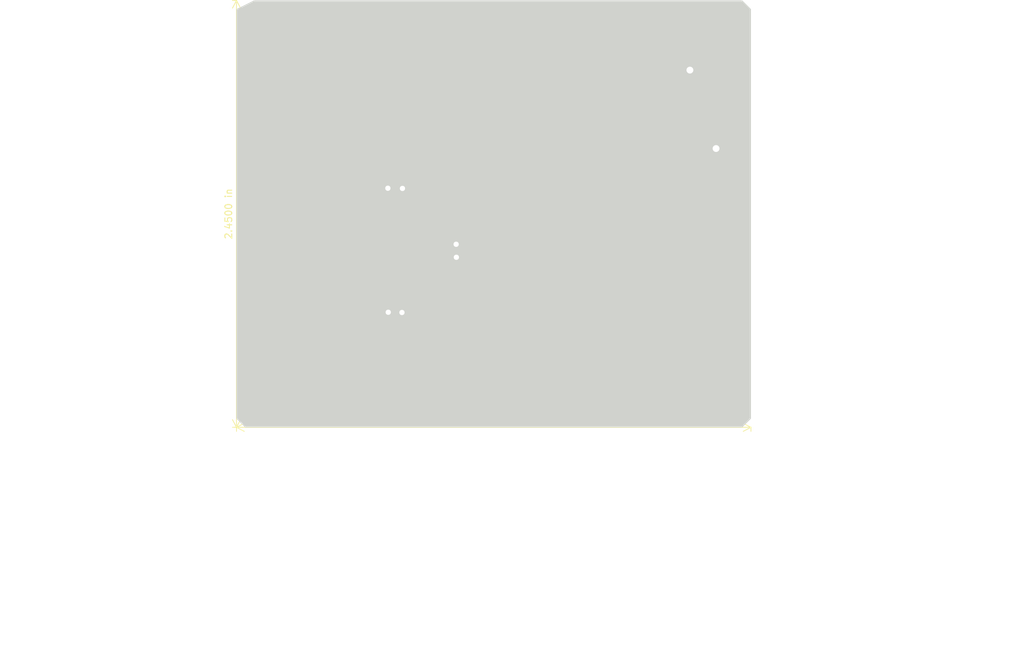
<source format=kicad_pcb>
(kicad_pcb (version 20171130) (host pcbnew "(5.1.5-0-10_14)")

  (general
    (thickness 1.6)
    (drawings 2)
    (tracks 127)
    (zones 0)
    (modules 28)
    (nets 28)
  )

  (page A4)
  (layers
    (0 F.Cu signal)
    (31 B.Cu signal)
    (32 B.Adhes user)
    (33 F.Adhes user)
    (34 B.Paste user)
    (35 F.Paste user)
    (36 B.SilkS user)
    (37 F.SilkS user)
    (38 B.Mask user)
    (39 F.Mask user)
    (40 Dwgs.User user)
    (41 Cmts.User user)
    (42 Eco1.User user)
    (43 Eco2.User user)
    (44 Edge.Cuts user)
    (45 Margin user)
    (46 B.CrtYd user)
    (47 F.CrtYd user)
    (48 B.Fab user)
    (49 F.Fab user)
  )

  (setup
    (last_trace_width 0.25)
    (trace_clearance 0.2)
    (zone_clearance 0.508)
    (zone_45_only no)
    (trace_min 0.2)
    (via_size 0.8)
    (via_drill 0.4)
    (via_min_size 0.4)
    (via_min_drill 0.3)
    (uvia_size 0.3)
    (uvia_drill 0.1)
    (uvias_allowed no)
    (uvia_min_size 0.2)
    (uvia_min_drill 0.1)
    (edge_width 0.05)
    (segment_width 0.2)
    (pcb_text_width 0.3)
    (pcb_text_size 1.5 1.5)
    (mod_edge_width 0.12)
    (mod_text_size 1 1)
    (mod_text_width 0.15)
    (pad_size 1.524 1.524)
    (pad_drill 0.762)
    (pad_to_mask_clearance 0.051)
    (solder_mask_min_width 0.25)
    (aux_axis_origin 0 0)
    (visible_elements 7FFFF7FF)
    (pcbplotparams
      (layerselection 0x010fc_ffffffff)
      (usegerberextensions false)
      (usegerberattributes false)
      (usegerberadvancedattributes false)
      (creategerberjobfile false)
      (excludeedgelayer true)
      (linewidth 0.100000)
      (plotframeref false)
      (viasonmask false)
      (mode 1)
      (useauxorigin false)
      (hpglpennumber 1)
      (hpglpenspeed 20)
      (hpglpendiameter 15.000000)
      (psnegative false)
      (psa4output false)
      (plotreference true)
      (plotvalue true)
      (plotinvisibletext false)
      (padsonsilk false)
      (subtractmaskfromsilk false)
      (outputformat 1)
      (mirror false)
      (drillshape 0)
      (scaleselection 1)
      (outputdirectory "./"))
  )

  (net 0 "")
  (net 1 "Net-(C1-Pad1)")
  (net 2 "Net-(C2-Pad2)")
  (net 3 "Net-(R1-Pad2)")
  (net 4 GND)
  (net 5 "Net-(R3-Pad2)")
  (net 6 "Net-(U1-Pad8)")
  (net 7 "Net-(U1-Pad5)")
  (net 8 "Net-(U1-Pad1)")
  (net 9 "Net-(U2-Pad8)")
  (net 10 "Net-(U2-Pad5)")
  (net 11 "Net-(U2-Pad1)")
  (net 12 "Net-(U3-Pad2)")
  (net 13 "Net-(U3-Pad3)")
  (net 14 "Net-(U3-Pad6)")
  (net 15 "Net-(U4-Pad8)")
  (net 16 "Net-(U4-Pad5)")
  (net 17 "Net-(U4-Pad1)")
  (net 18 "Net-(C3-Pad1)")
  (net 19 "Net-(C4-Pad1)")
  (net 20 "Net-(C4-Pad2)")
  (net 21 "Net-(IC1-Pad1)")
  (net 22 "Net-(IC1-Pad6)")
  (net 23 "Net-(IC1-Pad7)")
  (net 24 -5V)
  (net 25 VOUT_Analog)
  (net 26 WE)
  (net 27 RE)

  (net_class Default 这是默认网络类。
    (clearance 0.2)
    (trace_width 0.25)
    (via_dia 0.8)
    (via_drill 0.4)
    (uvia_dia 0.3)
    (uvia_drill 0.1)
    (add_net -5V)
    (add_net GND)
    (add_net "Net-(C1-Pad1)")
    (add_net "Net-(C2-Pad2)")
    (add_net "Net-(C3-Pad1)")
    (add_net "Net-(C4-Pad1)")
    (add_net "Net-(C4-Pad2)")
    (add_net "Net-(IC1-Pad1)")
    (add_net "Net-(IC1-Pad6)")
    (add_net "Net-(IC1-Pad7)")
    (add_net "Net-(R1-Pad2)")
    (add_net "Net-(R3-Pad2)")
    (add_net "Net-(U1-Pad1)")
    (add_net "Net-(U1-Pad5)")
    (add_net "Net-(U1-Pad8)")
    (add_net "Net-(U2-Pad1)")
    (add_net "Net-(U2-Pad5)")
    (add_net "Net-(U2-Pad8)")
    (add_net "Net-(U3-Pad2)")
    (add_net "Net-(U3-Pad3)")
    (add_net "Net-(U3-Pad6)")
    (add_net "Net-(U4-Pad1)")
    (add_net "Net-(U4-Pad5)")
    (add_net "Net-(U4-Pad8)")
    (add_net RE)
    (add_net VOUT_Analog)
    (add_net WE)
  )

  (module jst:NO2 (layer F.Cu) (tedit 5E679AD7) (tstamp 5E7E4B92)
    (at 87.63 74.93 180)
    (path /5E6C73A3)
    (fp_text reference U3 (at 6.35 5.08) (layer F.SilkS)
      (effects (font (size 1 1) (thickness 0.15)))
    )
    (fp_text value NO2 (at 6.096 2.54) (layer F.Fab)
      (effects (font (size 1 1) (thickness 0.15)))
    )
    (fp_line (start -4.445 9.525) (end 16.51 9.525) (layer F.SilkS) (width 0.12))
    (fp_line (start 16.51 9.525) (end 16.51 -11.43) (layer F.SilkS) (width 0.12))
    (fp_line (start 16.51 -11.43) (end -4.445 -11.43) (layer F.SilkS) (width 0.12))
    (fp_line (start -4.445 -11.43) (end -4.445 9.525) (layer F.SilkS) (width 0.12))
    (pad 1 thru_hole circle (at 5.03936 8.1534 180) (size 1.524 1.524) (drill 0.762) (layers *.Cu *.Mask)
      (net 26 WE))
    (pad 2 thru_hole circle (at -2.78384 0.01524 180) (size 1.524 1.524) (drill 0.762) (layers *.Cu *.Mask)
      (net 12 "Net-(U3-Pad2)"))
    (pad 3 thru_hole circle (at -2.81432 -1.88468 180) (size 1.524 1.524) (drill 0.762) (layers *.Cu *.Mask)
      (net 13 "Net-(U3-Pad3)"))
    (pad 4 thru_hole circle (at 5.11048 -9.9314 180) (size 1.524 1.524) (drill 0.762) (layers *.Cu *.Mask)
      (net 27 RE))
    (pad 5 thru_hole circle (at 7.10692 -9.89584 180) (size 1.524 1.524) (drill 0.762) (layers *.Cu *.Mask)
      (net 24 -5V))
    (pad 6 thru_hole circle (at 7.1628 8.18388 180) (size 1.524 1.524) (drill 0.762) (layers *.Cu *.Mask)
      (net 14 "Net-(U3-Pad6)"))
  )

  (module jst:ICL7600CSA (layer B.Cu) (tedit 5E832A9C) (tstamp 5E839B39)
    (at 100.33 86.36 270)
    (path /5E8C4B51)
    (fp_text reference IC1 (at -0.795 3.332 90) (layer B.SilkS)
      (effects (font (size 1 1) (thickness 0.015)) (justify mirror))
    )
    (fp_text value ICL7660CSA (at 39.37 -8.89 90) (layer B.Fab)
      (effects (font (size 1 1) (thickness 0.015)) (justify mirror))
    )
    (fp_circle (center -4.445 2.495) (end -4.345 2.495) (layer B.SilkS) (width 0.2))
    (fp_circle (center -4.445 2.495) (end -4.345 2.495) (layer B.Fab) (width 0.2))
    (fp_line (start -2 2.5) (end 2 2.5) (layer B.Fab) (width 0.127))
    (fp_line (start -2 -2.5) (end 2 -2.5) (layer B.Fab) (width 0.127))
    (fp_line (start -2 2.52) (end 2 2.52) (layer B.SilkS) (width 0.127))
    (fp_line (start -2 -2.52) (end 2 -2.52) (layer B.SilkS) (width 0.127))
    (fp_line (start -2 2.5) (end -2 -2.5) (layer B.Fab) (width 0.127))
    (fp_line (start 2 2.5) (end 2 -2.5) (layer B.Fab) (width 0.127))
    (fp_line (start -3.71 2.75) (end 3.71 2.75) (layer B.CrtYd) (width 0.05))
    (fp_line (start -3.71 -2.75) (end 3.71 -2.75) (layer B.CrtYd) (width 0.05))
    (fp_line (start -3.71 2.75) (end -3.71 -2.75) (layer B.CrtYd) (width 0.05))
    (fp_line (start 3.71 2.75) (end 3.71 -2.75) (layer B.CrtYd) (width 0.05))
    (pad 1 smd rect (at -2.475 1.905 270) (size 1.97 0.59) (layers B.Cu B.Paste B.Mask)
      (net 21 "Net-(IC1-Pad1)"))
    (pad 2 smd rect (at -2.475 0.635 270) (size 1.97 0.59) (layers B.Cu B.Paste B.Mask)
      (net 19 "Net-(C4-Pad1)"))
    (pad 3 smd rect (at -2.475 -0.635 270) (size 1.97 0.59) (layers B.Cu B.Paste B.Mask)
      (net 4 GND))
    (pad 4 smd rect (at -2.475 -1.905 270) (size 1.97 0.59) (layers B.Cu B.Paste B.Mask)
      (net 20 "Net-(C4-Pad2)"))
    (pad 5 smd rect (at 2.475 -1.905 270) (size 1.97 0.59) (layers B.Cu B.Paste B.Mask)
      (net 24 -5V))
    (pad 6 smd rect (at 2.475 -0.635 270) (size 1.97 0.59) (layers B.Cu B.Paste B.Mask)
      (net 22 "Net-(IC1-Pad6)"))
    (pad 7 smd rect (at 2.475 0.635 270) (size 1.97 0.59) (layers B.Cu B.Paste B.Mask)
      (net 23 "Net-(IC1-Pad7)"))
    (pad 8 smd rect (at 2.475 1.905 270) (size 1.97 0.59) (layers B.Cu B.Paste B.Mask)
      (net 24 -5V))
  )

  (module Connector_PinHeader_2.54mm:PinHeader_1x01_P2.54mm_Vertical (layer F.Cu) (tedit 59FED5CC) (tstamp 5E83A7E0)
    (at 128.27 60.96 180)
    (descr "Through hole straight pin header, 1x01, 2.54mm pitch, single row")
    (tags "Through hole pin header THT 1x01 2.54mm single row")
    (path /5E83EA1C)
    (fp_text reference +5V1 (at 0 3.81) (layer F.SilkS)
      (effects (font (size 1 1) (thickness 0.15)))
    )
    (fp_text value Conn_01x01_Male (at -38.1 6.35) (layer F.Fab)
      (effects (font (size 1 1) (thickness 0.15)))
    )
    (fp_text user %R (at -24.13 -5.08 90) (layer F.Fab) hide
      (effects (font (size 1 1) (thickness 0.15)))
    )
    (fp_line (start 1.8 -1.8) (end -1.8 -1.8) (layer F.CrtYd) (width 0.05))
    (fp_line (start 1.8 1.8) (end 1.8 -1.8) (layer F.CrtYd) (width 0.05))
    (fp_line (start -1.8 1.8) (end 1.8 1.8) (layer F.CrtYd) (width 0.05))
    (fp_line (start -1.8 -1.8) (end -1.8 1.8) (layer F.CrtYd) (width 0.05))
    (fp_line (start -1.33 -1.33) (end 0 -1.33) (layer F.SilkS) (width 0.12))
    (fp_line (start -1.33 0) (end -1.33 -1.33) (layer F.SilkS) (width 0.12))
    (fp_line (start -1.33 1.27) (end 1.33 1.27) (layer F.SilkS) (width 0.12))
    (fp_line (start 1.33 1.27) (end 1.33 1.33) (layer F.SilkS) (width 0.12))
    (fp_line (start -1.33 1.27) (end -1.33 1.33) (layer F.SilkS) (width 0.12))
    (fp_line (start -1.33 1.33) (end 1.33 1.33) (layer F.SilkS) (width 0.12))
    (fp_line (start -1.27 -0.635) (end -0.635 -1.27) (layer F.Fab) (width 0.1))
    (fp_line (start -1.27 1.27) (end -1.27 -0.635) (layer F.Fab) (width 0.1))
    (fp_line (start 1.27 1.27) (end -1.27 1.27) (layer F.Fab) (width 0.1))
    (fp_line (start 1.27 -1.27) (end 1.27 1.27) (layer F.Fab) (width 0.1))
    (fp_line (start -0.635 -1.27) (end 1.27 -1.27) (layer F.Fab) (width 0.1))
    (pad 1 thru_hole rect (at 0 0 180) (size 1.7 1.7) (drill 1) (layers *.Cu *.Mask)
      (net 24 -5V))
    (model ${KISYS3DMOD}/Connector_PinHeader_2.54mm.3dshapes/PinHeader_1x01_P2.54mm_Vertical.wrl
      (at (xyz 0 0 0))
      (scale (xyz 1 1 1))
      (rotate (xyz 0 0 0))
    )
  )

  (module Capacitor_SMD:C_1206_3216Metric (layer B.Cu) (tedit 5B301BBE) (tstamp 5E839AC1)
    (at 100.33 80.01)
    (descr "Capacitor SMD 1206 (3216 Metric), square (rectangular) end terminal, IPC_7351 nominal, (Body size source: http://www.tortai-tech.com/upload/download/2011102023233369053.pdf), generated with kicad-footprint-generator")
    (tags capacitor)
    (path /5E8A3094)
    (attr smd)
    (fp_text reference C4 (at 0 1.82 180) (layer B.SilkS)
      (effects (font (size 1 1) (thickness 0.15)) (justify mirror))
    )
    (fp_text value "10 uF" (at 0 -1.82 180) (layer B.Fab)
      (effects (font (size 1 1) (thickness 0.15)) (justify mirror))
    )
    (fp_text user %R (at 0 0 180) (layer B.Fab)
      (effects (font (size 0.8 0.8) (thickness 0.12)) (justify mirror))
    )
    (fp_line (start 2.28 -1.12) (end -2.28 -1.12) (layer B.CrtYd) (width 0.05))
    (fp_line (start 2.28 1.12) (end 2.28 -1.12) (layer B.CrtYd) (width 0.05))
    (fp_line (start -2.28 1.12) (end 2.28 1.12) (layer B.CrtYd) (width 0.05))
    (fp_line (start -2.28 -1.12) (end -2.28 1.12) (layer B.CrtYd) (width 0.05))
    (fp_line (start -0.602064 -0.91) (end 0.602064 -0.91) (layer B.SilkS) (width 0.12))
    (fp_line (start -0.602064 0.91) (end 0.602064 0.91) (layer B.SilkS) (width 0.12))
    (fp_line (start 1.6 -0.8) (end -1.6 -0.8) (layer B.Fab) (width 0.1))
    (fp_line (start 1.6 0.8) (end 1.6 -0.8) (layer B.Fab) (width 0.1))
    (fp_line (start -1.6 0.8) (end 1.6 0.8) (layer B.Fab) (width 0.1))
    (fp_line (start -1.6 -0.8) (end -1.6 0.8) (layer B.Fab) (width 0.1))
    (pad 2 smd roundrect (at 1.4 0) (size 1.25 1.75) (layers B.Cu B.Paste B.Mask) (roundrect_rratio 0.2)
      (net 20 "Net-(C4-Pad2)"))
    (pad 1 smd roundrect (at -1.4 0) (size 1.25 1.75) (layers B.Cu B.Paste B.Mask) (roundrect_rratio 0.2)
      (net 19 "Net-(C4-Pad1)"))
    (model ${KISYS3DMOD}/Capacitor_SMD.3dshapes/C_1206_3216Metric.wrl
      (at (xyz 0 0 0))
      (scale (xyz 1 1 1))
      (rotate (xyz 0 0 0))
    )
  )

  (module Capacitor_SMD:C_1206_3216Metric (layer B.Cu) (tedit 5B301BBE) (tstamp 5E832FA6)
    (at 110.49 76.2 270)
    (descr "Capacitor SMD 1206 (3216 Metric), square (rectangular) end terminal, IPC_7351 nominal, (Body size source: http://www.tortai-tech.com/upload/download/2011102023233369053.pdf), generated with kicad-footprint-generator")
    (tags capacitor)
    (path /5E86F590)
    (attr smd)
    (fp_text reference C8 (at 0 1.82 90) (layer B.SilkS)
      (effects (font (size 1 1) (thickness 0.15)) (justify mirror))
    )
    (fp_text value C (at 0 -1.82 90) (layer B.Fab)
      (effects (font (size 1 1) (thickness 0.15)) (justify mirror))
    )
    (fp_text user %R (at 0 0 90) (layer B.Fab)
      (effects (font (size 0.8 0.8) (thickness 0.12)) (justify mirror))
    )
    (fp_line (start 2.28 -1.12) (end -2.28 -1.12) (layer B.CrtYd) (width 0.05))
    (fp_line (start 2.28 1.12) (end 2.28 -1.12) (layer B.CrtYd) (width 0.05))
    (fp_line (start -2.28 1.12) (end 2.28 1.12) (layer B.CrtYd) (width 0.05))
    (fp_line (start -2.28 -1.12) (end -2.28 1.12) (layer B.CrtYd) (width 0.05))
    (fp_line (start -0.602064 -0.91) (end 0.602064 -0.91) (layer B.SilkS) (width 0.12))
    (fp_line (start -0.602064 0.91) (end 0.602064 0.91) (layer B.SilkS) (width 0.12))
    (fp_line (start 1.6 -0.8) (end -1.6 -0.8) (layer B.Fab) (width 0.1))
    (fp_line (start 1.6 0.8) (end 1.6 -0.8) (layer B.Fab) (width 0.1))
    (fp_line (start -1.6 0.8) (end 1.6 0.8) (layer B.Fab) (width 0.1))
    (fp_line (start -1.6 -0.8) (end -1.6 0.8) (layer B.Fab) (width 0.1))
    (pad 2 smd roundrect (at 1.4 0 270) (size 1.25 1.75) (layers B.Cu B.Paste B.Mask) (roundrect_rratio 0.2)
      (net 4 GND))
    (pad 1 smd roundrect (at -1.4 0 270) (size 1.25 1.75) (layers B.Cu B.Paste B.Mask) (roundrect_rratio 0.2)
      (net 18 "Net-(C3-Pad1)"))
    (model ${KISYS3DMOD}/Capacitor_SMD.3dshapes/C_1206_3216Metric.wrl
      (at (xyz 0 0 0))
      (scale (xyz 1 1 1))
      (rotate (xyz 0 0 0))
    )
  )

  (module Capacitor_SMD:C_1206_3216Metric (layer B.Cu) (tedit 5B301BBE) (tstamp 5E832F95)
    (at 93.98 90.17 270)
    (descr "Capacitor SMD 1206 (3216 Metric), square (rectangular) end terminal, IPC_7351 nominal, (Body size source: http://www.tortai-tech.com/upload/download/2011102023233369053.pdf), generated with kicad-footprint-generator")
    (tags capacitor)
    (path /5E876255)
    (attr smd)
    (fp_text reference C7 (at 0 1.82 90) (layer B.SilkS)
      (effects (font (size 1 1) (thickness 0.15)) (justify mirror))
    )
    (fp_text value "10 uF" (at 0 -1.82 90) (layer B.Fab)
      (effects (font (size 1 1) (thickness 0.15)) (justify mirror))
    )
    (fp_text user %R (at 0 0 90) (layer B.Fab)
      (effects (font (size 0.8 0.8) (thickness 0.12)) (justify mirror))
    )
    (fp_line (start 2.28 -1.12) (end -2.28 -1.12) (layer B.CrtYd) (width 0.05))
    (fp_line (start 2.28 1.12) (end 2.28 -1.12) (layer B.CrtYd) (width 0.05))
    (fp_line (start -2.28 1.12) (end 2.28 1.12) (layer B.CrtYd) (width 0.05))
    (fp_line (start -2.28 -1.12) (end -2.28 1.12) (layer B.CrtYd) (width 0.05))
    (fp_line (start -0.602064 -0.91) (end 0.602064 -0.91) (layer B.SilkS) (width 0.12))
    (fp_line (start -0.602064 0.91) (end 0.602064 0.91) (layer B.SilkS) (width 0.12))
    (fp_line (start 1.6 -0.8) (end -1.6 -0.8) (layer B.Fab) (width 0.1))
    (fp_line (start 1.6 0.8) (end 1.6 -0.8) (layer B.Fab) (width 0.1))
    (fp_line (start -1.6 0.8) (end 1.6 0.8) (layer B.Fab) (width 0.1))
    (fp_line (start -1.6 -0.8) (end -1.6 0.8) (layer B.Fab) (width 0.1))
    (pad 2 smd roundrect (at 1.4 0 270) (size 1.25 1.75) (layers B.Cu B.Paste B.Mask) (roundrect_rratio 0.2)
      (net 4 GND))
    (pad 1 smd roundrect (at -1.4 0 270) (size 1.25 1.75) (layers B.Cu B.Paste B.Mask) (roundrect_rratio 0.2)
      (net 24 -5V))
    (model ${KISYS3DMOD}/Capacitor_SMD.3dshapes/C_1206_3216Metric.wrl
      (at (xyz 0 0 0))
      (scale (xyz 1 1 1))
      (rotate (xyz 0 0 0))
    )
  )

  (module Resistor_SMD:R_0805_2012Metric (layer B.Cu) (tedit 5B36C52B) (tstamp 5E83291E)
    (at 113.665 51.435 270)
    (descr "Resistor SMD 0805 (2012 Metric), square (rectangular) end terminal, IPC_7351 nominal, (Body size source: https://docs.google.com/spreadsheets/d/1BsfQQcO9C6DZCsRaXUlFlo91Tg2WpOkGARC1WS5S8t0/edit?usp=sharing), generated with kicad-footprint-generator")
    (tags resistor)
    (path /5E83888D)
    (attr smd)
    (fp_text reference R7 (at 0 1.65 90) (layer B.SilkS)
      (effects (font (size 1 1) (thickness 0.15)) (justify mirror))
    )
    (fp_text value "10 kΩ" (at 0 -1.65 90) (layer B.Fab)
      (effects (font (size 1 1) (thickness 0.15)) (justify mirror))
    )
    (fp_text user %R (at 0 0 90) (layer B.Fab)
      (effects (font (size 0.5 0.5) (thickness 0.08)) (justify mirror))
    )
    (fp_line (start 1.68 -0.95) (end -1.68 -0.95) (layer B.CrtYd) (width 0.05))
    (fp_line (start 1.68 0.95) (end 1.68 -0.95) (layer B.CrtYd) (width 0.05))
    (fp_line (start -1.68 0.95) (end 1.68 0.95) (layer B.CrtYd) (width 0.05))
    (fp_line (start -1.68 -0.95) (end -1.68 0.95) (layer B.CrtYd) (width 0.05))
    (fp_line (start -0.258578 -0.71) (end 0.258578 -0.71) (layer B.SilkS) (width 0.12))
    (fp_line (start -0.258578 0.71) (end 0.258578 0.71) (layer B.SilkS) (width 0.12))
    (fp_line (start 1 -0.6) (end -1 -0.6) (layer B.Fab) (width 0.1))
    (fp_line (start 1 0.6) (end 1 -0.6) (layer B.Fab) (width 0.1))
    (fp_line (start -1 0.6) (end 1 0.6) (layer B.Fab) (width 0.1))
    (fp_line (start -1 -0.6) (end -1 0.6) (layer B.Fab) (width 0.1))
    (pad 2 smd roundrect (at 0.9375 0 270) (size 0.975 1.4) (layers B.Cu B.Paste B.Mask) (roundrect_rratio 0.25)
      (net 25 VOUT_Analog))
    (pad 1 smd roundrect (at -0.9375 0 270) (size 0.975 1.4) (layers B.Cu B.Paste B.Mask) (roundrect_rratio 0.25)
      (net 2 "Net-(C2-Pad2)"))
    (model ${KISYS3DMOD}/Resistor_SMD.3dshapes/R_0805_2012Metric.wrl
      (at (xyz 0 0 0))
      (scale (xyz 1 1 1))
      (rotate (xyz 0 0 0))
    )
  )

  (module Capacitor_SMD:C_1206_3216Metric (layer B.Cu) (tedit 5B301BBE) (tstamp 5E8327EA)
    (at 115.57 76.2 270)
    (descr "Capacitor SMD 1206 (3216 Metric), square (rectangular) end terminal, IPC_7351 nominal, (Body size source: http://www.tortai-tech.com/upload/download/2011102023233369053.pdf), generated with kicad-footprint-generator")
    (tags capacitor)
    (path /5E84F737)
    (attr smd)
    (fp_text reference C5 (at 0 1.82 90) (layer B.SilkS)
      (effects (font (size 1 1) (thickness 0.15)) (justify mirror))
    )
    (fp_text value C (at 0 -1.82 90) (layer B.Fab)
      (effects (font (size 1 1) (thickness 0.15)) (justify mirror))
    )
    (fp_text user %R (at 0 0 90) (layer B.Fab)
      (effects (font (size 0.8 0.8) (thickness 0.12)) (justify mirror))
    )
    (fp_line (start 2.28 -1.12) (end -2.28 -1.12) (layer B.CrtYd) (width 0.05))
    (fp_line (start 2.28 1.12) (end 2.28 -1.12) (layer B.CrtYd) (width 0.05))
    (fp_line (start -2.28 1.12) (end 2.28 1.12) (layer B.CrtYd) (width 0.05))
    (fp_line (start -2.28 -1.12) (end -2.28 1.12) (layer B.CrtYd) (width 0.05))
    (fp_line (start -0.602064 -0.91) (end 0.602064 -0.91) (layer B.SilkS) (width 0.12))
    (fp_line (start -0.602064 0.91) (end 0.602064 0.91) (layer B.SilkS) (width 0.12))
    (fp_line (start 1.6 -0.8) (end -1.6 -0.8) (layer B.Fab) (width 0.1))
    (fp_line (start 1.6 0.8) (end 1.6 -0.8) (layer B.Fab) (width 0.1))
    (fp_line (start -1.6 0.8) (end 1.6 0.8) (layer B.Fab) (width 0.1))
    (fp_line (start -1.6 -0.8) (end -1.6 0.8) (layer B.Fab) (width 0.1))
    (pad 2 smd roundrect (at 1.4 0 270) (size 1.25 1.75) (layers B.Cu B.Paste B.Mask) (roundrect_rratio 0.2)
      (net 4 GND))
    (pad 1 smd roundrect (at -1.4 0 270) (size 1.25 1.75) (layers B.Cu B.Paste B.Mask) (roundrect_rratio 0.2)
      (net 18 "Net-(C3-Pad1)"))
    (model ${KISYS3DMOD}/Capacitor_SMD.3dshapes/C_1206_3216Metric.wrl
      (at (xyz 0 0 0))
      (scale (xyz 1 1 1))
      (rotate (xyz 0 0 0))
    )
  )

  (module Capacitor_SMD:C_1206_3216Metric (layer B.Cu) (tedit 5B301BBE) (tstamp 5E8327C8)
    (at 108.585 85.22 90)
    (descr "Capacitor SMD 1206 (3216 Metric), square (rectangular) end terminal, IPC_7351 nominal, (Body size source: http://www.tortai-tech.com/upload/download/2011102023233369053.pdf), generated with kicad-footprint-generator")
    (tags capacitor)
    (path /5E854A5A)
    (attr smd)
    (fp_text reference C3 (at 0 1.82 90) (layer B.SilkS)
      (effects (font (size 1 1) (thickness 0.15)) (justify mirror))
    )
    (fp_text value "10 uF" (at 0 -1.82 90) (layer B.Fab)
      (effects (font (size 1 1) (thickness 0.15)) (justify mirror))
    )
    (fp_text user %R (at 0 0 90) (layer B.Fab)
      (effects (font (size 0.8 0.8) (thickness 0.12)) (justify mirror))
    )
    (fp_line (start 2.28 -1.12) (end -2.28 -1.12) (layer B.CrtYd) (width 0.05))
    (fp_line (start 2.28 1.12) (end 2.28 -1.12) (layer B.CrtYd) (width 0.05))
    (fp_line (start -2.28 1.12) (end 2.28 1.12) (layer B.CrtYd) (width 0.05))
    (fp_line (start -2.28 -1.12) (end -2.28 1.12) (layer B.CrtYd) (width 0.05))
    (fp_line (start -0.602064 -0.91) (end 0.602064 -0.91) (layer B.SilkS) (width 0.12))
    (fp_line (start -0.602064 0.91) (end 0.602064 0.91) (layer B.SilkS) (width 0.12))
    (fp_line (start 1.6 -0.8) (end -1.6 -0.8) (layer B.Fab) (width 0.1))
    (fp_line (start 1.6 0.8) (end 1.6 -0.8) (layer B.Fab) (width 0.1))
    (fp_line (start -1.6 0.8) (end 1.6 0.8) (layer B.Fab) (width 0.1))
    (fp_line (start -1.6 -0.8) (end -1.6 0.8) (layer B.Fab) (width 0.1))
    (pad 2 smd roundrect (at 1.4 0 90) (size 1.25 1.75) (layers B.Cu B.Paste B.Mask) (roundrect_rratio 0.2)
      (net 4 GND))
    (pad 1 smd roundrect (at -1.4 0 90) (size 1.25 1.75) (layers B.Cu B.Paste B.Mask) (roundrect_rratio 0.2)
      (net 24 -5V))
    (model ${KISYS3DMOD}/Capacitor_SMD.3dshapes/C_1206_3216Metric.wrl
      (at (xyz 0 0 0))
      (scale (xyz 1 1 1))
      (rotate (xyz 0 0 0))
    )
  )

  (module jst:SOIC127P600X175-8N (layer B.Cu) (tedit 5E67B35C) (tstamp 5E7E4BCA)
    (at 118.11 60.96)
    (path /5E706FCD)
    (fp_text reference U4 (at 0.53435 4.42745 180) (layer B.SilkS)
      (effects (font (size 1.642913 1.642913) (thickness 0.015)) (justify mirror))
    )
    (fp_text value OPA827AID (at 40.64 -12.7) (layer B.Fab) hide
      (effects (font (size 1.642661 1.642661) (thickness 0.015)) (justify mirror))
    )
    (fp_arc (start 0 2.4892) (end -0.3048 2.4892) (angle 180) (layer B.SilkS) (width 0.1))
    (fp_line (start -0.3048 2.4892) (end -1.3716 2.4892) (layer B.SilkS) (width 0.1524))
    (fp_line (start 0.3048 2.4892) (end -0.3048 2.4892) (layer B.SilkS) (width 0.1524))
    (fp_line (start 1.3716 2.4892) (end 0.3048 2.4892) (layer B.SilkS) (width 0.1524))
    (fp_line (start -1.3716 -2.4892) (end 1.3716 -2.4892) (layer B.SilkS) (width 0.1524))
    (fp_arc (start 0 2.4892) (end -0.3048 2.4892) (angle 180) (layer B.Fab) (width 0.1))
    (fp_line (start -2.0066 2.4892) (end -2.0066 -2.4892) (layer B.Fab) (width 0.1524))
    (fp_line (start -0.3048 2.4892) (end -2.0066 2.4892) (layer B.Fab) (width 0.1524))
    (fp_line (start 0.3048 2.4892) (end -0.3048 2.4892) (layer B.Fab) (width 0.1524))
    (fp_line (start 2.0066 2.4892) (end 0.3048 2.4892) (layer B.Fab) (width 0.1524))
    (fp_line (start 2.0066 -2.4892) (end 2.0066 2.4892) (layer B.Fab) (width 0.1524))
    (fp_line (start -2.0066 -2.4892) (end 2.0066 -2.4892) (layer B.Fab) (width 0.1524))
    (fp_line (start 3.0988 2.159) (end 2.0066 2.159) (layer B.Fab) (width 0.1524))
    (fp_line (start 3.0988 1.651) (end 3.0988 2.159) (layer B.Fab) (width 0.1524))
    (fp_line (start 2.0066 1.651) (end 3.0988 1.651) (layer B.Fab) (width 0.1524))
    (fp_line (start 2.0066 2.159) (end 2.0066 1.651) (layer B.Fab) (width 0.1524))
    (fp_line (start 3.0988 0.889) (end 2.0066 0.889) (layer B.Fab) (width 0.1524))
    (fp_line (start 3.0988 0.381) (end 3.0988 0.889) (layer B.Fab) (width 0.1524))
    (fp_line (start 2.0066 0.381) (end 3.0988 0.381) (layer B.Fab) (width 0.1524))
    (fp_line (start 2.0066 0.889) (end 2.0066 0.381) (layer B.Fab) (width 0.1524))
    (fp_line (start 3.0988 -0.381) (end 2.0066 -0.381) (layer B.Fab) (width 0.1524))
    (fp_line (start 3.0988 -0.889) (end 3.0988 -0.381) (layer B.Fab) (width 0.1524))
    (fp_line (start 2.0066 -0.889) (end 3.0988 -0.889) (layer B.Fab) (width 0.1524))
    (fp_line (start 2.0066 -0.381) (end 2.0066 -0.889) (layer B.Fab) (width 0.1524))
    (fp_line (start 3.0988 -1.651) (end 2.0066 -1.651) (layer B.Fab) (width 0.1524))
    (fp_line (start 3.0988 -2.159) (end 3.0988 -1.651) (layer B.Fab) (width 0.1524))
    (fp_line (start 2.0066 -2.159) (end 3.0988 -2.159) (layer B.Fab) (width 0.1524))
    (fp_line (start 2.0066 -1.651) (end 2.0066 -2.159) (layer B.Fab) (width 0.1524))
    (fp_line (start -3.0988 -2.159) (end -2.0066 -2.159) (layer B.Fab) (width 0.1524))
    (fp_line (start -3.0988 -1.651) (end -3.0988 -2.159) (layer B.Fab) (width 0.1524))
    (fp_line (start -2.0066 -1.651) (end -3.0988 -1.651) (layer B.Fab) (width 0.1524))
    (fp_line (start -2.0066 -2.159) (end -2.0066 -1.651) (layer B.Fab) (width 0.1524))
    (fp_line (start -3.0988 -0.889) (end -2.0066 -0.889) (layer B.Fab) (width 0.1524))
    (fp_line (start -3.0988 -0.381) (end -3.0988 -0.889) (layer B.Fab) (width 0.1524))
    (fp_line (start -2.0066 -0.381) (end -3.0988 -0.381) (layer B.Fab) (width 0.1524))
    (fp_line (start -2.0066 -0.889) (end -2.0066 -0.381) (layer B.Fab) (width 0.1524))
    (fp_line (start -3.0988 0.381) (end -2.0066 0.381) (layer B.Fab) (width 0.1524))
    (fp_line (start -3.0988 0.889) (end -3.0988 0.381) (layer B.Fab) (width 0.1524))
    (fp_line (start -2.0066 0.889) (end -3.0988 0.889) (layer B.Fab) (width 0.1524))
    (fp_line (start -2.0066 0.381) (end -2.0066 0.889) (layer B.Fab) (width 0.1524))
    (fp_line (start -3.0988 1.651) (end -2.0066 1.651) (layer B.Fab) (width 0.1524))
    (fp_line (start -3.0988 2.159) (end -3.0988 1.651) (layer B.Fab) (width 0.1524))
    (fp_line (start -2.0066 2.159) (end -3.0988 2.159) (layer B.Fab) (width 0.1524))
    (fp_line (start -2.0066 1.651) (end -2.0066 2.159) (layer B.Fab) (width 0.1524))
    (pad 8 smd rect (at 2.4638 1.905) (size 1.9812 0.5588) (layers B.Cu B.Paste B.Mask)
      (net 15 "Net-(U4-Pad8)"))
    (pad 7 smd rect (at 2.4638 0.635) (size 1.9812 0.5588) (layers B.Cu B.Paste B.Mask)
      (net 24 -5V))
    (pad 6 smd rect (at 2.4638 -0.635) (size 1.9812 0.5588) (layers B.Cu B.Paste B.Mask)
      (net 25 VOUT_Analog))
    (pad 5 smd rect (at 2.4638 -1.905) (size 1.9812 0.5588) (layers B.Cu B.Paste B.Mask)
      (net 16 "Net-(U4-Pad5)"))
    (pad 4 smd rect (at -2.4638 -1.905) (size 1.9812 0.5588) (layers B.Cu B.Paste B.Mask)
      (net 24 -5V))
    (pad 3 smd rect (at -2.4638 -0.635) (size 1.9812 0.5588) (layers B.Cu B.Paste B.Mask)
      (net 5 "Net-(R3-Pad2)"))
    (pad 2 smd rect (at -2.4638 0.635) (size 1.9812 0.5588) (layers B.Cu B.Paste B.Mask)
      (net 2 "Net-(C2-Pad2)"))
    (pad 1 smd rect (at -2.4638 1.905) (size 1.9812 0.5588) (layers B.Cu B.Paste B.Mask)
      (net 17 "Net-(U4-Pad1)"))
  )

  (module jst:SOIC127P600X175-8N (layer B.Cu) (tedit 5E67B35C) (tstamp 5E7E4B84)
    (at 86.36 93.98 270)
    (path /5E7FEF89)
    (fp_text reference U2 (at 2.54 -5.08 180) (layer B.SilkS)
      (effects (font (size 1.642913 1.642913) (thickness 0.015)) (justify mirror))
    )
    (fp_text value OPA827AID (at 33.02 -10.16 90) (layer B.Fab)
      (effects (font (size 1.642661 1.642661) (thickness 0.015)) (justify mirror))
    )
    (fp_arc (start 0 2.4892) (end -0.3048 2.4892) (angle 180) (layer B.SilkS) (width 0.1))
    (fp_line (start -0.3048 2.4892) (end -1.3716 2.4892) (layer B.SilkS) (width 0.1524))
    (fp_line (start 0.3048 2.4892) (end -0.3048 2.4892) (layer B.SilkS) (width 0.1524))
    (fp_line (start 1.3716 2.4892) (end 0.3048 2.4892) (layer B.SilkS) (width 0.1524))
    (fp_line (start -1.3716 -2.4892) (end 1.3716 -2.4892) (layer B.SilkS) (width 0.1524))
    (fp_arc (start 0 2.4892) (end -0.3048 2.4892) (angle 180) (layer B.Fab) (width 0.1))
    (fp_line (start -2.0066 2.4892) (end -2.0066 -2.4892) (layer B.Fab) (width 0.1524))
    (fp_line (start -0.3048 2.4892) (end -2.0066 2.4892) (layer B.Fab) (width 0.1524))
    (fp_line (start 0.3048 2.4892) (end -0.3048 2.4892) (layer B.Fab) (width 0.1524))
    (fp_line (start 2.0066 2.4892) (end 0.3048 2.4892) (layer B.Fab) (width 0.1524))
    (fp_line (start 2.0066 -2.4892) (end 2.0066 2.4892) (layer B.Fab) (width 0.1524))
    (fp_line (start -2.0066 -2.4892) (end 2.0066 -2.4892) (layer B.Fab) (width 0.1524))
    (fp_line (start 3.0988 2.159) (end 2.0066 2.159) (layer B.Fab) (width 0.1524))
    (fp_line (start 3.0988 1.651) (end 3.0988 2.159) (layer B.Fab) (width 0.1524))
    (fp_line (start 2.0066 1.651) (end 3.0988 1.651) (layer B.Fab) (width 0.1524))
    (fp_line (start 2.0066 2.159) (end 2.0066 1.651) (layer B.Fab) (width 0.1524))
    (fp_line (start 3.0988 0.889) (end 2.0066 0.889) (layer B.Fab) (width 0.1524))
    (fp_line (start 3.0988 0.381) (end 3.0988 0.889) (layer B.Fab) (width 0.1524))
    (fp_line (start 2.0066 0.381) (end 3.0988 0.381) (layer B.Fab) (width 0.1524))
    (fp_line (start 2.0066 0.889) (end 2.0066 0.381) (layer B.Fab) (width 0.1524))
    (fp_line (start 3.0988 -0.381) (end 2.0066 -0.381) (layer B.Fab) (width 0.1524))
    (fp_line (start 3.0988 -0.889) (end 3.0988 -0.381) (layer B.Fab) (width 0.1524))
    (fp_line (start 2.0066 -0.889) (end 3.0988 -0.889) (layer B.Fab) (width 0.1524))
    (fp_line (start 2.0066 -0.381) (end 2.0066 -0.889) (layer B.Fab) (width 0.1524))
    (fp_line (start 3.0988 -1.651) (end 2.0066 -1.651) (layer B.Fab) (width 0.1524))
    (fp_line (start 3.0988 -2.159) (end 3.0988 -1.651) (layer B.Fab) (width 0.1524))
    (fp_line (start 2.0066 -2.159) (end 3.0988 -2.159) (layer B.Fab) (width 0.1524))
    (fp_line (start 2.0066 -1.651) (end 2.0066 -2.159) (layer B.Fab) (width 0.1524))
    (fp_line (start -3.0988 -2.159) (end -2.0066 -2.159) (layer B.Fab) (width 0.1524))
    (fp_line (start -3.0988 -1.651) (end -3.0988 -2.159) (layer B.Fab) (width 0.1524))
    (fp_line (start -2.0066 -1.651) (end -3.0988 -1.651) (layer B.Fab) (width 0.1524))
    (fp_line (start -2.0066 -2.159) (end -2.0066 -1.651) (layer B.Fab) (width 0.1524))
    (fp_line (start -3.0988 -0.889) (end -2.0066 -0.889) (layer B.Fab) (width 0.1524))
    (fp_line (start -3.0988 -0.381) (end -3.0988 -0.889) (layer B.Fab) (width 0.1524))
    (fp_line (start -2.0066 -0.381) (end -3.0988 -0.381) (layer B.Fab) (width 0.1524))
    (fp_line (start -2.0066 -0.889) (end -2.0066 -0.381) (layer B.Fab) (width 0.1524))
    (fp_line (start -3.0988 0.381) (end -2.0066 0.381) (layer B.Fab) (width 0.1524))
    (fp_line (start -3.0988 0.889) (end -3.0988 0.381) (layer B.Fab) (width 0.1524))
    (fp_line (start -2.0066 0.889) (end -3.0988 0.889) (layer B.Fab) (width 0.1524))
    (fp_line (start -2.0066 0.381) (end -2.0066 0.889) (layer B.Fab) (width 0.1524))
    (fp_line (start -3.0988 1.651) (end -2.0066 1.651) (layer B.Fab) (width 0.1524))
    (fp_line (start -3.0988 2.159) (end -3.0988 1.651) (layer B.Fab) (width 0.1524))
    (fp_line (start -2.0066 2.159) (end -3.0988 2.159) (layer B.Fab) (width 0.1524))
    (fp_line (start -2.0066 1.651) (end -2.0066 2.159) (layer B.Fab) (width 0.1524))
    (pad 8 smd rect (at 2.4638 1.905 270) (size 1.9812 0.5588) (layers B.Cu B.Paste B.Mask)
      (net 9 "Net-(U2-Pad8)"))
    (pad 7 smd rect (at 2.4638 0.635 270) (size 1.9812 0.5588) (layers B.Cu B.Paste B.Mask)
      (net 24 -5V))
    (pad 6 smd rect (at 2.4638 -0.635 270) (size 1.9812 0.5588) (layers B.Cu B.Paste B.Mask)
      (net 1 "Net-(C1-Pad1)"))
    (pad 5 smd rect (at 2.4638 -1.905 270) (size 1.9812 0.5588) (layers B.Cu B.Paste B.Mask)
      (net 10 "Net-(U2-Pad5)"))
    (pad 4 smd rect (at -2.4638 -1.905 270) (size 1.9812 0.5588) (layers B.Cu B.Paste B.Mask)
      (net 24 -5V))
    (pad 3 smd rect (at -2.4638 -0.635 270) (size 1.9812 0.5588) (layers B.Cu B.Paste B.Mask)
      (net 27 RE))
    (pad 2 smd rect (at -2.4638 0.635 270) (size 1.9812 0.5588) (layers B.Cu B.Paste B.Mask)
      (net 1 "Net-(C1-Pad1)"))
    (pad 1 smd rect (at -2.4638 1.905 270) (size 1.9812 0.5588) (layers B.Cu B.Paste B.Mask)
      (net 11 "Net-(U2-Pad1)"))
  )

  (module jst:SOIC127P600X175-8N (layer B.Cu) (tedit 5E67B35C) (tstamp 5E7E4B4C)
    (at 66.04 76.2 90)
    (path /5E6DEFEA)
    (fp_text reference U1 (at 7.62 0 180) (layer B.SilkS)
      (effects (font (size 1.642913 1.642913) (thickness 0.015)) (justify mirror))
    )
    (fp_text value OPA827AID (at 1.27 -35.56) (layer B.Fab)
      (effects (font (size 1.642661 1.642661) (thickness 0.015)) (justify mirror))
    )
    (fp_arc (start 0 2.4892) (end -0.3048 2.4892) (angle 180) (layer B.SilkS) (width 0.1))
    (fp_line (start -0.3048 2.4892) (end -1.3716 2.4892) (layer B.SilkS) (width 0.1524))
    (fp_line (start 0.3048 2.4892) (end -0.3048 2.4892) (layer B.SilkS) (width 0.1524))
    (fp_line (start 1.3716 2.4892) (end 0.3048 2.4892) (layer B.SilkS) (width 0.1524))
    (fp_line (start -1.3716 -2.4892) (end 1.3716 -2.4892) (layer B.SilkS) (width 0.1524))
    (fp_arc (start 0 2.4892) (end -0.3048 2.4892) (angle 180) (layer B.Fab) (width 0.1))
    (fp_line (start -2.0066 2.4892) (end -2.0066 -2.4892) (layer B.Fab) (width 0.1524))
    (fp_line (start -0.3048 2.4892) (end -2.0066 2.4892) (layer B.Fab) (width 0.1524))
    (fp_line (start 0.3048 2.4892) (end -0.3048 2.4892) (layer B.Fab) (width 0.1524))
    (fp_line (start 2.0066 2.4892) (end 0.3048 2.4892) (layer B.Fab) (width 0.1524))
    (fp_line (start 2.0066 -2.4892) (end 2.0066 2.4892) (layer B.Fab) (width 0.1524))
    (fp_line (start -2.0066 -2.4892) (end 2.0066 -2.4892) (layer B.Fab) (width 0.1524))
    (fp_line (start 3.0988 2.159) (end 2.0066 2.159) (layer B.Fab) (width 0.1524))
    (fp_line (start 3.0988 1.651) (end 3.0988 2.159) (layer B.Fab) (width 0.1524))
    (fp_line (start 2.0066 1.651) (end 3.0988 1.651) (layer B.Fab) (width 0.1524))
    (fp_line (start 2.0066 2.159) (end 2.0066 1.651) (layer B.Fab) (width 0.1524))
    (fp_line (start 3.0988 0.889) (end 2.0066 0.889) (layer B.Fab) (width 0.1524))
    (fp_line (start 3.0988 0.381) (end 3.0988 0.889) (layer B.Fab) (width 0.1524))
    (fp_line (start 2.0066 0.381) (end 3.0988 0.381) (layer B.Fab) (width 0.1524))
    (fp_line (start 2.0066 0.889) (end 2.0066 0.381) (layer B.Fab) (width 0.1524))
    (fp_line (start 3.0988 -0.381) (end 2.0066 -0.381) (layer B.Fab) (width 0.1524))
    (fp_line (start 3.0988 -0.889) (end 3.0988 -0.381) (layer B.Fab) (width 0.1524))
    (fp_line (start 2.0066 -0.889) (end 3.0988 -0.889) (layer B.Fab) (width 0.1524))
    (fp_line (start 2.0066 -0.381) (end 2.0066 -0.889) (layer B.Fab) (width 0.1524))
    (fp_line (start 3.0988 -1.651) (end 2.0066 -1.651) (layer B.Fab) (width 0.1524))
    (fp_line (start 3.0988 -2.159) (end 3.0988 -1.651) (layer B.Fab) (width 0.1524))
    (fp_line (start 2.0066 -2.159) (end 3.0988 -2.159) (layer B.Fab) (width 0.1524))
    (fp_line (start 2.0066 -1.651) (end 2.0066 -2.159) (layer B.Fab) (width 0.1524))
    (fp_line (start -3.0988 -2.159) (end -2.0066 -2.159) (layer B.Fab) (width 0.1524))
    (fp_line (start -3.0988 -1.651) (end -3.0988 -2.159) (layer B.Fab) (width 0.1524))
    (fp_line (start -2.0066 -1.651) (end -3.0988 -1.651) (layer B.Fab) (width 0.1524))
    (fp_line (start -2.0066 -2.159) (end -2.0066 -1.651) (layer B.Fab) (width 0.1524))
    (fp_line (start -3.0988 -0.889) (end -2.0066 -0.889) (layer B.Fab) (width 0.1524))
    (fp_line (start -3.0988 -0.381) (end -3.0988 -0.889) (layer B.Fab) (width 0.1524))
    (fp_line (start -2.0066 -0.381) (end -3.0988 -0.381) (layer B.Fab) (width 0.1524))
    (fp_line (start -2.0066 -0.889) (end -2.0066 -0.381) (layer B.Fab) (width 0.1524))
    (fp_line (start -3.0988 0.381) (end -2.0066 0.381) (layer B.Fab) (width 0.1524))
    (fp_line (start -3.0988 0.889) (end -3.0988 0.381) (layer B.Fab) (width 0.1524))
    (fp_line (start -2.0066 0.889) (end -3.0988 0.889) (layer B.Fab) (width 0.1524))
    (fp_line (start -2.0066 0.381) (end -2.0066 0.889) (layer B.Fab) (width 0.1524))
    (fp_line (start -3.0988 1.651) (end -2.0066 1.651) (layer B.Fab) (width 0.1524))
    (fp_line (start -3.0988 2.159) (end -3.0988 1.651) (layer B.Fab) (width 0.1524))
    (fp_line (start -2.0066 2.159) (end -3.0988 2.159) (layer B.Fab) (width 0.1524))
    (fp_line (start -2.0066 1.651) (end -2.0066 2.159) (layer B.Fab) (width 0.1524))
    (pad 8 smd rect (at 2.4638 1.905 90) (size 1.9812 0.5588) (layers B.Cu B.Paste B.Mask)
      (net 6 "Net-(U1-Pad8)"))
    (pad 7 smd rect (at 2.4638 0.635 90) (size 1.9812 0.5588) (layers B.Cu B.Paste B.Mask)
      (net 24 -5V))
    (pad 6 smd rect (at 2.4638 -0.635 90) (size 1.9812 0.5588) (layers B.Cu B.Paste B.Mask)
      (net 24 -5V))
    (pad 5 smd rect (at 2.4638 -1.905 90) (size 1.9812 0.5588) (layers B.Cu B.Paste B.Mask)
      (net 7 "Net-(U1-Pad5)"))
    (pad 4 smd rect (at -2.4638 -1.905 90) (size 1.9812 0.5588) (layers B.Cu B.Paste B.Mask)
      (net 24 -5V))
    (pad 3 smd rect (at -2.4638 -0.635 90) (size 1.9812 0.5588) (layers B.Cu B.Paste B.Mask)
      (net 3 "Net-(R1-Pad2)"))
    (pad 2 smd rect (at -2.4638 0.635 90) (size 1.9812 0.5588) (layers B.Cu B.Paste B.Mask)
      (net 1 "Net-(C1-Pad1)"))
    (pad 1 smd rect (at -2.4638 1.905 90) (size 1.9812 0.5588) (layers B.Cu B.Paste B.Mask)
      (net 8 "Net-(U1-Pad1)"))
  )

  (module Resistor_SMD:R_0805_2012Metric (layer B.Cu) (tedit 5B36C52B) (tstamp 5E7E4B14)
    (at 109.855 51.435 270)
    (descr "Resistor SMD 0805 (2012 Metric), square (rectangular) end terminal, IPC_7351 nominal, (Body size source: https://docs.google.com/spreadsheets/d/1BsfQQcO9C6DZCsRaXUlFlo91Tg2WpOkGARC1WS5S8t0/edit?usp=sharing), generated with kicad-footprint-generator")
    (tags resistor)
    (path /5E68AD62)
    (attr smd)
    (fp_text reference R6 (at 0 1.65 90) (layer B.SilkS)
      (effects (font (size 1 1) (thickness 0.15)) (justify mirror))
    )
    (fp_text value "1 meg" (at 0 -1.65 90) (layer B.Fab)
      (effects (font (size 1 1) (thickness 0.15)) (justify mirror))
    )
    (fp_text user %R (at 0 0 90) (layer B.Fab)
      (effects (font (size 0.5 0.5) (thickness 0.08)) (justify mirror))
    )
    (fp_line (start 1.68 -0.95) (end -1.68 -0.95) (layer B.CrtYd) (width 0.05))
    (fp_line (start 1.68 0.95) (end 1.68 -0.95) (layer B.CrtYd) (width 0.05))
    (fp_line (start -1.68 0.95) (end 1.68 0.95) (layer B.CrtYd) (width 0.05))
    (fp_line (start -1.68 -0.95) (end -1.68 0.95) (layer B.CrtYd) (width 0.05))
    (fp_line (start -0.258578 -0.71) (end 0.258578 -0.71) (layer B.SilkS) (width 0.12))
    (fp_line (start -0.258578 0.71) (end 0.258578 0.71) (layer B.SilkS) (width 0.12))
    (fp_line (start 1 -0.6) (end -1 -0.6) (layer B.Fab) (width 0.1))
    (fp_line (start 1 0.6) (end 1 -0.6) (layer B.Fab) (width 0.1))
    (fp_line (start -1 0.6) (end 1 0.6) (layer B.Fab) (width 0.1))
    (fp_line (start -1 -0.6) (end -1 0.6) (layer B.Fab) (width 0.1))
    (pad 2 smd roundrect (at 0.9375 0 270) (size 0.975 1.4) (layers B.Cu B.Paste B.Mask) (roundrect_rratio 0.25)
      (net 25 VOUT_Analog))
    (pad 1 smd roundrect (at -0.9375 0 270) (size 0.975 1.4) (layers B.Cu B.Paste B.Mask) (roundrect_rratio 0.25)
      (net 2 "Net-(C2-Pad2)"))
    (model ${KISYS3DMOD}/Resistor_SMD.3dshapes/R_0805_2012Metric.wrl
      (at (xyz 0 0 0))
      (scale (xyz 1 1 1))
      (rotate (xyz 0 0 0))
    )
  )

  (module Resistor_SMD:R_0805_2012Metric (layer B.Cu) (tedit 5B36C52B) (tstamp 5E7E4B03)
    (at 90.17 59.69)
    (descr "Resistor SMD 0805 (2012 Metric), square (rectangular) end terminal, IPC_7351 nominal, (Body size source: https://docs.google.com/spreadsheets/d/1BsfQQcO9C6DZCsRaXUlFlo91Tg2WpOkGARC1WS5S8t0/edit?usp=sharing), generated with kicad-footprint-generator")
    (tags resistor)
    (path /5E682CB8)
    (attr smd)
    (fp_text reference R5 (at 0 1.65) (layer B.SilkS)
      (effects (font (size 1 1) (thickness 0.15)) (justify mirror))
    )
    (fp_text value "150 Ω" (at 0 -1.65) (layer B.Fab)
      (effects (font (size 1 1) (thickness 0.15)) (justify mirror))
    )
    (fp_text user %R (at 0 0) (layer B.Fab)
      (effects (font (size 0.5 0.5) (thickness 0.08)) (justify mirror))
    )
    (fp_line (start 1.68 -0.95) (end -1.68 -0.95) (layer B.CrtYd) (width 0.05))
    (fp_line (start 1.68 0.95) (end 1.68 -0.95) (layer B.CrtYd) (width 0.05))
    (fp_line (start -1.68 0.95) (end 1.68 0.95) (layer B.CrtYd) (width 0.05))
    (fp_line (start -1.68 -0.95) (end -1.68 0.95) (layer B.CrtYd) (width 0.05))
    (fp_line (start -0.258578 -0.71) (end 0.258578 -0.71) (layer B.SilkS) (width 0.12))
    (fp_line (start -0.258578 0.71) (end 0.258578 0.71) (layer B.SilkS) (width 0.12))
    (fp_line (start 1 -0.6) (end -1 -0.6) (layer B.Fab) (width 0.1))
    (fp_line (start 1 0.6) (end 1 -0.6) (layer B.Fab) (width 0.1))
    (fp_line (start -1 0.6) (end 1 0.6) (layer B.Fab) (width 0.1))
    (fp_line (start -1 -0.6) (end -1 0.6) (layer B.Fab) (width 0.1))
    (pad 2 smd roundrect (at 0.9375 0) (size 0.975 1.4) (layers B.Cu B.Paste B.Mask) (roundrect_rratio 0.25)
      (net 2 "Net-(C2-Pad2)"))
    (pad 1 smd roundrect (at -0.9375 0) (size 0.975 1.4) (layers B.Cu B.Paste B.Mask) (roundrect_rratio 0.25)
      (net 26 WE))
    (model ${KISYS3DMOD}/Resistor_SMD.3dshapes/R_0805_2012Metric.wrl
      (at (xyz 0 0 0))
      (scale (xyz 1 1 1))
      (rotate (xyz 0 0 0))
    )
  )

  (module Resistor_SMD:R_0805_2012Metric (layer B.Cu) (tedit 5B36C52B) (tstamp 5E7E4AF2)
    (at 106.68 63.1675 90)
    (descr "Resistor SMD 0805 (2012 Metric), square (rectangular) end terminal, IPC_7351 nominal, (Body size source: https://docs.google.com/spreadsheets/d/1BsfQQcO9C6DZCsRaXUlFlo91Tg2WpOkGARC1WS5S8t0/edit?usp=sharing), generated with kicad-footprint-generator")
    (tags resistor)
    (path /5E67E994)
    (attr smd)
    (fp_text reference R4 (at 0 1.65 90) (layer B.SilkS)
      (effects (font (size 1 1) (thickness 0.15)) (justify mirror))
    )
    (fp_text value "20 kΩ" (at 0 -1.65 90) (layer B.Fab)
      (effects (font (size 1 1) (thickness 0.15)) (justify mirror))
    )
    (fp_text user %R (at 0 0 90) (layer B.Fab)
      (effects (font (size 0.5 0.5) (thickness 0.08)) (justify mirror))
    )
    (fp_line (start 1.68 -0.95) (end -1.68 -0.95) (layer B.CrtYd) (width 0.05))
    (fp_line (start 1.68 0.95) (end 1.68 -0.95) (layer B.CrtYd) (width 0.05))
    (fp_line (start -1.68 0.95) (end 1.68 0.95) (layer B.CrtYd) (width 0.05))
    (fp_line (start -1.68 -0.95) (end -1.68 0.95) (layer B.CrtYd) (width 0.05))
    (fp_line (start -0.258578 -0.71) (end 0.258578 -0.71) (layer B.SilkS) (width 0.12))
    (fp_line (start -0.258578 0.71) (end 0.258578 0.71) (layer B.SilkS) (width 0.12))
    (fp_line (start 1 -0.6) (end -1 -0.6) (layer B.Fab) (width 0.1))
    (fp_line (start 1 0.6) (end 1 -0.6) (layer B.Fab) (width 0.1))
    (fp_line (start -1 0.6) (end 1 0.6) (layer B.Fab) (width 0.1))
    (fp_line (start -1 -0.6) (end -1 0.6) (layer B.Fab) (width 0.1))
    (pad 2 smd roundrect (at 0.9375 0 90) (size 0.975 1.4) (layers B.Cu B.Paste B.Mask) (roundrect_rratio 0.25)
      (net 4 GND))
    (pad 1 smd roundrect (at -0.9375 0 90) (size 0.975 1.4) (layers B.Cu B.Paste B.Mask) (roundrect_rratio 0.25)
      (net 5 "Net-(R3-Pad2)"))
    (model ${KISYS3DMOD}/Resistor_SMD.3dshapes/R_0805_2012Metric.wrl
      (at (xyz 0 0 0))
      (scale (xyz 1 1 1))
      (rotate (xyz 0 0 0))
    )
  )

  (module Resistor_SMD:R_0805_2012Metric (layer B.Cu) (tedit 5B36C52B) (tstamp 5E7E4AE1)
    (at 102.87 60.96 270)
    (descr "Resistor SMD 0805 (2012 Metric), square (rectangular) end terminal, IPC_7351 nominal, (Body size source: https://docs.google.com/spreadsheets/d/1BsfQQcO9C6DZCsRaXUlFlo91Tg2WpOkGARC1WS5S8t0/edit?usp=sharing), generated with kicad-footprint-generator")
    (tags resistor)
    (path /5E68737E)
    (attr smd)
    (fp_text reference R3 (at 0 1.65 90) (layer B.SilkS)
      (effects (font (size 1 1) (thickness 0.15)) (justify mirror))
    )
    (fp_text value "10 kΩ" (at 0 -1.65 90) (layer B.Fab)
      (effects (font (size 1 1) (thickness 0.15)) (justify mirror))
    )
    (fp_text user %R (at 0 0 90) (layer B.Fab)
      (effects (font (size 0.5 0.5) (thickness 0.08)) (justify mirror))
    )
    (fp_line (start 1.68 -0.95) (end -1.68 -0.95) (layer B.CrtYd) (width 0.05))
    (fp_line (start 1.68 0.95) (end 1.68 -0.95) (layer B.CrtYd) (width 0.05))
    (fp_line (start -1.68 0.95) (end 1.68 0.95) (layer B.CrtYd) (width 0.05))
    (fp_line (start -1.68 -0.95) (end -1.68 0.95) (layer B.CrtYd) (width 0.05))
    (fp_line (start -0.258578 -0.71) (end 0.258578 -0.71) (layer B.SilkS) (width 0.12))
    (fp_line (start -0.258578 0.71) (end 0.258578 0.71) (layer B.SilkS) (width 0.12))
    (fp_line (start 1 -0.6) (end -1 -0.6) (layer B.Fab) (width 0.1))
    (fp_line (start 1 0.6) (end 1 -0.6) (layer B.Fab) (width 0.1))
    (fp_line (start -1 0.6) (end 1 0.6) (layer B.Fab) (width 0.1))
    (fp_line (start -1 -0.6) (end -1 0.6) (layer B.Fab) (width 0.1))
    (pad 2 smd roundrect (at 0.9375 0 270) (size 0.975 1.4) (layers B.Cu B.Paste B.Mask) (roundrect_rratio 0.25)
      (net 5 "Net-(R3-Pad2)"))
    (pad 1 smd roundrect (at -0.9375 0 270) (size 0.975 1.4) (layers B.Cu B.Paste B.Mask) (roundrect_rratio 0.25)
      (net 24 -5V))
    (model ${KISYS3DMOD}/Resistor_SMD.3dshapes/R_0805_2012Metric.wrl
      (at (xyz 0 0 0))
      (scale (xyz 1 1 1))
      (rotate (xyz 0 0 0))
    )
  )

  (module Resistor_SMD:R_0805_2012Metric (layer B.Cu) (tedit 5B36C52B) (tstamp 5E7E4AD0)
    (at 78.74 77.47 270)
    (descr "Resistor SMD 0805 (2012 Metric), square (rectangular) end terminal, IPC_7351 nominal, (Body size source: https://docs.google.com/spreadsheets/d/1BsfQQcO9C6DZCsRaXUlFlo91Tg2WpOkGARC1WS5S8t0/edit?usp=sharing), generated with kicad-footprint-generator")
    (tags resistor)
    (path /5E68B41A)
    (attr smd)
    (fp_text reference R2 (at 0 1.65 90) (layer B.SilkS)
      (effects (font (size 1 1) (thickness 0.15)) (justify mirror))
    )
    (fp_text value "20 kΩ" (at 0 -1.65 90) (layer B.Fab)
      (effects (font (size 1 1) (thickness 0.15)) (justify mirror))
    )
    (fp_text user %R (at 0 0 90) (layer B.Fab)
      (effects (font (size 0.5 0.5) (thickness 0.08)) (justify mirror))
    )
    (fp_line (start 1.68 -0.95) (end -1.68 -0.95) (layer B.CrtYd) (width 0.05))
    (fp_line (start 1.68 0.95) (end 1.68 -0.95) (layer B.CrtYd) (width 0.05))
    (fp_line (start -1.68 0.95) (end 1.68 0.95) (layer B.CrtYd) (width 0.05))
    (fp_line (start -1.68 -0.95) (end -1.68 0.95) (layer B.CrtYd) (width 0.05))
    (fp_line (start -0.258578 -0.71) (end 0.258578 -0.71) (layer B.SilkS) (width 0.12))
    (fp_line (start -0.258578 0.71) (end 0.258578 0.71) (layer B.SilkS) (width 0.12))
    (fp_line (start 1 -0.6) (end -1 -0.6) (layer B.Fab) (width 0.1))
    (fp_line (start 1 0.6) (end 1 -0.6) (layer B.Fab) (width 0.1))
    (fp_line (start -1 0.6) (end 1 0.6) (layer B.Fab) (width 0.1))
    (fp_line (start -1 -0.6) (end -1 0.6) (layer B.Fab) (width 0.1))
    (pad 2 smd roundrect (at 0.9375 0 270) (size 0.975 1.4) (layers B.Cu B.Paste B.Mask) (roundrect_rratio 0.25)
      (net 4 GND))
    (pad 1 smd roundrect (at -0.9375 0 270) (size 0.975 1.4) (layers B.Cu B.Paste B.Mask) (roundrect_rratio 0.25)
      (net 3 "Net-(R1-Pad2)"))
    (model ${KISYS3DMOD}/Resistor_SMD.3dshapes/R_0805_2012Metric.wrl
      (at (xyz 0 0 0))
      (scale (xyz 1 1 1))
      (rotate (xyz 0 0 0))
    )
  )

  (module Resistor_SMD:R_0805_2012Metric (layer B.Cu) (tedit 5B36C52B) (tstamp 5E7E4ABF)
    (at 83.82 77.47 90)
    (descr "Resistor SMD 0805 (2012 Metric), square (rectangular) end terminal, IPC_7351 nominal, (Body size source: https://docs.google.com/spreadsheets/d/1BsfQQcO9C6DZCsRaXUlFlo91Tg2WpOkGARC1WS5S8t0/edit?usp=sharing), generated with kicad-footprint-generator")
    (tags resistor)
    (path /5E68CBD8)
    (attr smd)
    (fp_text reference R1 (at 0 1.65 90) (layer B.SilkS)
      (effects (font (size 1 1) (thickness 0.15)) (justify mirror))
    )
    (fp_text value "10 kΩ" (at 0 -1.65 90) (layer B.Fab)
      (effects (font (size 1 1) (thickness 0.15)) (justify mirror))
    )
    (fp_text user %R (at 0 0 90) (layer B.Fab)
      (effects (font (size 0.5 0.5) (thickness 0.08)) (justify mirror))
    )
    (fp_line (start 1.68 -0.95) (end -1.68 -0.95) (layer B.CrtYd) (width 0.05))
    (fp_line (start 1.68 0.95) (end 1.68 -0.95) (layer B.CrtYd) (width 0.05))
    (fp_line (start -1.68 0.95) (end 1.68 0.95) (layer B.CrtYd) (width 0.05))
    (fp_line (start -1.68 -0.95) (end -1.68 0.95) (layer B.CrtYd) (width 0.05))
    (fp_line (start -0.258578 -0.71) (end 0.258578 -0.71) (layer B.SilkS) (width 0.12))
    (fp_line (start -0.258578 0.71) (end 0.258578 0.71) (layer B.SilkS) (width 0.12))
    (fp_line (start 1 -0.6) (end -1 -0.6) (layer B.Fab) (width 0.1))
    (fp_line (start 1 0.6) (end 1 -0.6) (layer B.Fab) (width 0.1))
    (fp_line (start -1 0.6) (end 1 0.6) (layer B.Fab) (width 0.1))
    (fp_line (start -1 -0.6) (end -1 0.6) (layer B.Fab) (width 0.1))
    (pad 2 smd roundrect (at 0.9375 0 90) (size 0.975 1.4) (layers B.Cu B.Paste B.Mask) (roundrect_rratio 0.25)
      (net 3 "Net-(R1-Pad2)"))
    (pad 1 smd roundrect (at -0.9375 0 90) (size 0.975 1.4) (layers B.Cu B.Paste B.Mask) (roundrect_rratio 0.25)
      (net 24 -5V))
    (model ${KISYS3DMOD}/Resistor_SMD.3dshapes/R_0805_2012Metric.wrl
      (at (xyz 0 0 0))
      (scale (xyz 1 1 1))
      (rotate (xyz 0 0 0))
    )
  )

  (module Capacitor_SMD:C_1206_3216Metric (layer B.Cu) (tedit 5B301BBE) (tstamp 5E7E4A99)
    (at 105.41 50.8 90)
    (descr "Capacitor SMD 1206 (3216 Metric), square (rectangular) end terminal, IPC_7351 nominal, (Body size source: http://www.tortai-tech.com/upload/download/2011102023233369053.pdf), generated with kicad-footprint-generator")
    (tags capacitor)
    (path /5E690A99)
    (attr smd)
    (fp_text reference C2 (at 0 1.82 90) (layer B.SilkS)
      (effects (font (size 1 1) (thickness 0.15)) (justify mirror))
    )
    (fp_text value "4.7 uF" (at 0 -1.82 90) (layer B.Fab)
      (effects (font (size 1 1) (thickness 0.15)) (justify mirror))
    )
    (fp_text user %R (at 0 0 90) (layer B.Fab)
      (effects (font (size 0.8 0.8) (thickness 0.12)) (justify mirror))
    )
    (fp_line (start 2.28 -1.12) (end -2.28 -1.12) (layer B.CrtYd) (width 0.05))
    (fp_line (start 2.28 1.12) (end 2.28 -1.12) (layer B.CrtYd) (width 0.05))
    (fp_line (start -2.28 1.12) (end 2.28 1.12) (layer B.CrtYd) (width 0.05))
    (fp_line (start -2.28 -1.12) (end -2.28 1.12) (layer B.CrtYd) (width 0.05))
    (fp_line (start -0.602064 -0.91) (end 0.602064 -0.91) (layer B.SilkS) (width 0.12))
    (fp_line (start -0.602064 0.91) (end 0.602064 0.91) (layer B.SilkS) (width 0.12))
    (fp_line (start 1.6 -0.8) (end -1.6 -0.8) (layer B.Fab) (width 0.1))
    (fp_line (start 1.6 0.8) (end 1.6 -0.8) (layer B.Fab) (width 0.1))
    (fp_line (start -1.6 0.8) (end 1.6 0.8) (layer B.Fab) (width 0.1))
    (fp_line (start -1.6 -0.8) (end -1.6 0.8) (layer B.Fab) (width 0.1))
    (pad 2 smd roundrect (at 1.4 0 90) (size 1.25 1.75) (layers B.Cu B.Paste B.Mask) (roundrect_rratio 0.2)
      (net 2 "Net-(C2-Pad2)"))
    (pad 1 smd roundrect (at -1.4 0 90) (size 1.25 1.75) (layers B.Cu B.Paste B.Mask) (roundrect_rratio 0.2)
      (net 25 VOUT_Analog))
    (model ${KISYS3DMOD}/Capacitor_SMD.3dshapes/C_1206_3216Metric.wrl
      (at (xyz 0 0 0))
      (scale (xyz 1 1 1))
      (rotate (xyz 0 0 0))
    )
  )

  (module Capacitor_SMD:C_1206_3216Metric (layer B.Cu) (tedit 5B301BBE) (tstamp 5E7E4A88)
    (at 68.58 85.09)
    (descr "Capacitor SMD 1206 (3216 Metric), square (rectangular) end terminal, IPC_7351 nominal, (Body size source: http://www.tortai-tech.com/upload/download/2011102023233369053.pdf), generated with kicad-footprint-generator")
    (tags capacitor)
    (path /5E69541B)
    (attr smd)
    (fp_text reference C1 (at 0 1.82) (layer B.SilkS)
      (effects (font (size 1 1) (thickness 0.15)) (justify mirror))
    )
    (fp_text value "10 uF" (at 0 -1.82) (layer B.Fab)
      (effects (font (size 1 1) (thickness 0.15)) (justify mirror))
    )
    (fp_text user %R (at 0 0) (layer B.Fab)
      (effects (font (size 0.8 0.8) (thickness 0.12)) (justify mirror))
    )
    (fp_line (start 2.28 -1.12) (end -2.28 -1.12) (layer B.CrtYd) (width 0.05))
    (fp_line (start 2.28 1.12) (end 2.28 -1.12) (layer B.CrtYd) (width 0.05))
    (fp_line (start -2.28 1.12) (end 2.28 1.12) (layer B.CrtYd) (width 0.05))
    (fp_line (start -2.28 -1.12) (end -2.28 1.12) (layer B.CrtYd) (width 0.05))
    (fp_line (start -0.602064 -0.91) (end 0.602064 -0.91) (layer B.SilkS) (width 0.12))
    (fp_line (start -0.602064 0.91) (end 0.602064 0.91) (layer B.SilkS) (width 0.12))
    (fp_line (start 1.6 -0.8) (end -1.6 -0.8) (layer B.Fab) (width 0.1))
    (fp_line (start 1.6 0.8) (end 1.6 -0.8) (layer B.Fab) (width 0.1))
    (fp_line (start -1.6 0.8) (end 1.6 0.8) (layer B.Fab) (width 0.1))
    (fp_line (start -1.6 -0.8) (end -1.6 0.8) (layer B.Fab) (width 0.1))
    (pad 2 smd roundrect (at 1.4 0) (size 1.25 1.75) (layers B.Cu B.Paste B.Mask) (roundrect_rratio 0.2)
      (net 24 -5V))
    (pad 1 smd roundrect (at -1.4 0) (size 1.25 1.75) (layers B.Cu B.Paste B.Mask) (roundrect_rratio 0.2)
      (net 1 "Net-(C1-Pad1)"))
    (model ${KISYS3DMOD}/Capacitor_SMD.3dshapes/C_1206_3216Metric.wrl
      (at (xyz 0 0 0))
      (scale (xyz 1 1 1))
      (rotate (xyz 0 0 0))
    )
  )

  (module Capacitor_SMD:C_1206_3216Metric (layer B.Cu) (tedit 5B301BBE) (tstamp 5EBAD7C9)
    (at 129.54 85.09 90)
    (descr "Capacitor SMD 1206 (3216 Metric), square (rectangular) end terminal, IPC_7351 nominal, (Body size source: http://www.tortai-tech.com/upload/download/2011102023233369053.pdf), generated with kicad-footprint-generator")
    (tags capacitor)
    (path /5EBDAB78)
    (attr smd)
    (fp_text reference C9 (at 0 1.82 270) (layer B.SilkS)
      (effects (font (size 1 1) (thickness 0.15)) (justify mirror))
    )
    (fp_text value "100 nF" (at 0 -1.82 270) (layer B.Fab)
      (effects (font (size 1 1) (thickness 0.15)) (justify mirror))
    )
    (fp_line (start -1.6 -0.8) (end -1.6 0.8) (layer B.Fab) (width 0.1))
    (fp_line (start -1.6 0.8) (end 1.6 0.8) (layer B.Fab) (width 0.1))
    (fp_line (start 1.6 0.8) (end 1.6 -0.8) (layer B.Fab) (width 0.1))
    (fp_line (start 1.6 -0.8) (end -1.6 -0.8) (layer B.Fab) (width 0.1))
    (fp_line (start -0.602064 0.91) (end 0.602064 0.91) (layer B.SilkS) (width 0.12))
    (fp_line (start -0.602064 -0.91) (end 0.602064 -0.91) (layer B.SilkS) (width 0.12))
    (fp_line (start -2.28 -1.12) (end -2.28 1.12) (layer B.CrtYd) (width 0.05))
    (fp_line (start -2.28 1.12) (end 2.28 1.12) (layer B.CrtYd) (width 0.05))
    (fp_line (start 2.28 1.12) (end 2.28 -1.12) (layer B.CrtYd) (width 0.05))
    (fp_line (start 2.28 -1.12) (end -2.28 -1.12) (layer B.CrtYd) (width 0.05))
    (fp_text user %R (at 0 0 270) (layer B.Fab)
      (effects (font (size 0.8 0.8) (thickness 0.12)) (justify mirror))
    )
    (pad 1 smd roundrect (at -1.4 0 90) (size 1.25 1.75) (layers B.Cu B.Paste B.Mask) (roundrect_rratio 0.2)
      (net 24 -5V))
    (pad 2 smd roundrect (at 1.4 0 90) (size 1.25 1.75) (layers B.Cu B.Paste B.Mask) (roundrect_rratio 0.2)
      (net 4 GND))
    (model ${KISYS3DMOD}/Capacitor_SMD.3dshapes/C_1206_3216Metric.wrl
      (at (xyz 0 0 0))
      (scale (xyz 1 1 1))
      (rotate (xyz 0 0 0))
    )
  )

  (module Capacitor_SMD:C_1206_3216Metric (layer B.Cu) (tedit 5B301BBE) (tstamp 5EBAD7DA)
    (at 124.46 85.09 90)
    (descr "Capacitor SMD 1206 (3216 Metric), square (rectangular) end terminal, IPC_7351 nominal, (Body size source: http://www.tortai-tech.com/upload/download/2011102023233369053.pdf), generated with kicad-footprint-generator")
    (tags capacitor)
    (path /5EBE9EB9)
    (attr smd)
    (fp_text reference C10 (at 0 1.82 90) (layer B.SilkS)
      (effects (font (size 1 1) (thickness 0.15)) (justify mirror))
    )
    (fp_text value "10 uF" (at 0 -1.82 90) (layer B.Fab)
      (effects (font (size 1 1) (thickness 0.15)) (justify mirror))
    )
    (fp_text user %R (at 0 0 90) (layer B.Fab)
      (effects (font (size 0.8 0.8) (thickness 0.12)) (justify mirror))
    )
    (fp_line (start 2.28 -1.12) (end -2.28 -1.12) (layer B.CrtYd) (width 0.05))
    (fp_line (start 2.28 1.12) (end 2.28 -1.12) (layer B.CrtYd) (width 0.05))
    (fp_line (start -2.28 1.12) (end 2.28 1.12) (layer B.CrtYd) (width 0.05))
    (fp_line (start -2.28 -1.12) (end -2.28 1.12) (layer B.CrtYd) (width 0.05))
    (fp_line (start -0.602064 -0.91) (end 0.602064 -0.91) (layer B.SilkS) (width 0.12))
    (fp_line (start -0.602064 0.91) (end 0.602064 0.91) (layer B.SilkS) (width 0.12))
    (fp_line (start 1.6 -0.8) (end -1.6 -0.8) (layer B.Fab) (width 0.1))
    (fp_line (start 1.6 0.8) (end 1.6 -0.8) (layer B.Fab) (width 0.1))
    (fp_line (start -1.6 0.8) (end 1.6 0.8) (layer B.Fab) (width 0.1))
    (fp_line (start -1.6 -0.8) (end -1.6 0.8) (layer B.Fab) (width 0.1))
    (pad 2 smd roundrect (at 1.4 0 90) (size 1.25 1.75) (layers B.Cu B.Paste B.Mask) (roundrect_rratio 0.2)
      (net 4 GND))
    (pad 1 smd roundrect (at -1.4 0 90) (size 1.25 1.75) (layers B.Cu B.Paste B.Mask) (roundrect_rratio 0.2)
      (net 24 -5V))
    (model ${KISYS3DMOD}/Capacitor_SMD.3dshapes/C_1206_3216Metric.wrl
      (at (xyz 0 0 0))
      (scale (xyz 1 1 1))
      (rotate (xyz 0 0 0))
    )
  )

  (module Capacitor_SMD:C_1206_3216Metric (layer B.Cu) (tedit 5B301BBE) (tstamp 5EBAD7EB)
    (at 123.06 80.01)
    (descr "Capacitor SMD 1206 (3216 Metric), square (rectangular) end terminal, IPC_7351 nominal, (Body size source: http://www.tortai-tech.com/upload/download/2011102023233369053.pdf), generated with kicad-footprint-generator")
    (tags capacitor)
    (path /5EBE9EC0)
    (attr smd)
    (fp_text reference C11 (at 0 1.82) (layer B.SilkS)
      (effects (font (size 1 1) (thickness 0.15)) (justify mirror))
    )
    (fp_text value "100 nF" (at 0 -1.82) (layer B.Fab)
      (effects (font (size 1 1) (thickness 0.15)) (justify mirror))
    )
    (fp_line (start -1.6 -0.8) (end -1.6 0.8) (layer B.Fab) (width 0.1))
    (fp_line (start -1.6 0.8) (end 1.6 0.8) (layer B.Fab) (width 0.1))
    (fp_line (start 1.6 0.8) (end 1.6 -0.8) (layer B.Fab) (width 0.1))
    (fp_line (start 1.6 -0.8) (end -1.6 -0.8) (layer B.Fab) (width 0.1))
    (fp_line (start -0.602064 0.91) (end 0.602064 0.91) (layer B.SilkS) (width 0.12))
    (fp_line (start -0.602064 -0.91) (end 0.602064 -0.91) (layer B.SilkS) (width 0.12))
    (fp_line (start -2.28 -1.12) (end -2.28 1.12) (layer B.CrtYd) (width 0.05))
    (fp_line (start -2.28 1.12) (end 2.28 1.12) (layer B.CrtYd) (width 0.05))
    (fp_line (start 2.28 1.12) (end 2.28 -1.12) (layer B.CrtYd) (width 0.05))
    (fp_line (start 2.28 -1.12) (end -2.28 -1.12) (layer B.CrtYd) (width 0.05))
    (fp_text user %R (at 0 0) (layer B.Fab)
      (effects (font (size 0.8 0.8) (thickness 0.12)) (justify mirror))
    )
    (pad 1 smd roundrect (at -1.4 0) (size 1.25 1.75) (layers B.Cu B.Paste B.Mask) (roundrect_rratio 0.2)
      (net 24 -5V))
    (pad 2 smd roundrect (at 1.4 0) (size 1.25 1.75) (layers B.Cu B.Paste B.Mask) (roundrect_rratio 0.2)
      (net 4 GND))
    (model ${KISYS3DMOD}/Capacitor_SMD.3dshapes/C_1206_3216Metric.wrl
      (at (xyz 0 0 0))
      (scale (xyz 1 1 1))
      (rotate (xyz 0 0 0))
    )
  )

  (module Capacitor_SMD:C_1206_3216Metric (layer B.Cu) (tedit 5B301BBE) (tstamp 5EBAD7FC)
    (at 114.3 90.17)
    (descr "Capacitor SMD 1206 (3216 Metric), square (rectangular) end terminal, IPC_7351 nominal, (Body size source: http://www.tortai-tech.com/upload/download/2011102023233369053.pdf), generated with kicad-footprint-generator")
    (tags capacitor)
    (path /5EBF0E85)
    (attr smd)
    (fp_text reference C12 (at 0 1.82) (layer B.SilkS)
      (effects (font (size 1 1) (thickness 0.15)) (justify mirror))
    )
    (fp_text value "10 uF" (at 0 -1.82) (layer B.Fab)
      (effects (font (size 1 1) (thickness 0.15)) (justify mirror))
    )
    (fp_text user %R (at 0 0) (layer B.Fab)
      (effects (font (size 0.8 0.8) (thickness 0.12)) (justify mirror))
    )
    (fp_line (start 2.28 -1.12) (end -2.28 -1.12) (layer B.CrtYd) (width 0.05))
    (fp_line (start 2.28 1.12) (end 2.28 -1.12) (layer B.CrtYd) (width 0.05))
    (fp_line (start -2.28 1.12) (end 2.28 1.12) (layer B.CrtYd) (width 0.05))
    (fp_line (start -2.28 -1.12) (end -2.28 1.12) (layer B.CrtYd) (width 0.05))
    (fp_line (start -0.602064 -0.91) (end 0.602064 -0.91) (layer B.SilkS) (width 0.12))
    (fp_line (start -0.602064 0.91) (end 0.602064 0.91) (layer B.SilkS) (width 0.12))
    (fp_line (start 1.6 -0.8) (end -1.6 -0.8) (layer B.Fab) (width 0.1))
    (fp_line (start 1.6 0.8) (end 1.6 -0.8) (layer B.Fab) (width 0.1))
    (fp_line (start -1.6 0.8) (end 1.6 0.8) (layer B.Fab) (width 0.1))
    (fp_line (start -1.6 -0.8) (end -1.6 0.8) (layer B.Fab) (width 0.1))
    (pad 2 smd roundrect (at 1.4 0) (size 1.25 1.75) (layers B.Cu B.Paste B.Mask) (roundrect_rratio 0.2)
      (net 4 GND))
    (pad 1 smd roundrect (at -1.4 0) (size 1.25 1.75) (layers B.Cu B.Paste B.Mask) (roundrect_rratio 0.2)
      (net 24 -5V))
    (model ${KISYS3DMOD}/Capacitor_SMD.3dshapes/C_1206_3216Metric.wrl
      (at (xyz 0 0 0))
      (scale (xyz 1 1 1))
      (rotate (xyz 0 0 0))
    )
  )

  (module Capacitor_SMD:C_1206_3216Metric (layer B.Cu) (tedit 5B301BBE) (tstamp 5EBAD80D)
    (at 116.84 85.09 90)
    (descr "Capacitor SMD 1206 (3216 Metric), square (rectangular) end terminal, IPC_7351 nominal, (Body size source: http://www.tortai-tech.com/upload/download/2011102023233369053.pdf), generated with kicad-footprint-generator")
    (tags capacitor)
    (path /5EBF0E8C)
    (attr smd)
    (fp_text reference C13 (at 0 1.82 90) (layer B.SilkS)
      (effects (font (size 1 1) (thickness 0.15)) (justify mirror))
    )
    (fp_text value "100 nF" (at 0 -1.82 90) (layer B.Fab)
      (effects (font (size 1 1) (thickness 0.15)) (justify mirror))
    )
    (fp_line (start -1.6 -0.8) (end -1.6 0.8) (layer B.Fab) (width 0.1))
    (fp_line (start -1.6 0.8) (end 1.6 0.8) (layer B.Fab) (width 0.1))
    (fp_line (start 1.6 0.8) (end 1.6 -0.8) (layer B.Fab) (width 0.1))
    (fp_line (start 1.6 -0.8) (end -1.6 -0.8) (layer B.Fab) (width 0.1))
    (fp_line (start -0.602064 0.91) (end 0.602064 0.91) (layer B.SilkS) (width 0.12))
    (fp_line (start -0.602064 -0.91) (end 0.602064 -0.91) (layer B.SilkS) (width 0.12))
    (fp_line (start -2.28 -1.12) (end -2.28 1.12) (layer B.CrtYd) (width 0.05))
    (fp_line (start -2.28 1.12) (end 2.28 1.12) (layer B.CrtYd) (width 0.05))
    (fp_line (start 2.28 1.12) (end 2.28 -1.12) (layer B.CrtYd) (width 0.05))
    (fp_line (start 2.28 -1.12) (end -2.28 -1.12) (layer B.CrtYd) (width 0.05))
    (fp_text user %R (at 0 0 90) (layer B.Fab)
      (effects (font (size 0.8 0.8) (thickness 0.12)) (justify mirror))
    )
    (pad 1 smd roundrect (at -1.4 0 90) (size 1.25 1.75) (layers B.Cu B.Paste B.Mask) (roundrect_rratio 0.2)
      (net 24 -5V))
    (pad 2 smd roundrect (at 1.4 0 90) (size 1.25 1.75) (layers B.Cu B.Paste B.Mask) (roundrect_rratio 0.2)
      (net 4 GND))
    (model ${KISYS3DMOD}/Capacitor_SMD.3dshapes/C_1206_3216Metric.wrl
      (at (xyz 0 0 0))
      (scale (xyz 1 1 1))
      (rotate (xyz 0 0 0))
    )
  )

  (module Capacitor_SMD:C_1206_3216Metric (layer B.Cu) (tedit 5B301BBE) (tstamp 5EBAD81E)
    (at 113.03 85.09 90)
    (descr "Capacitor SMD 1206 (3216 Metric), square (rectangular) end terminal, IPC_7351 nominal, (Body size source: http://www.tortai-tech.com/upload/download/2011102023233369053.pdf), generated with kicad-footprint-generator")
    (tags capacitor)
    (path /5EBF4CE9)
    (attr smd)
    (fp_text reference C14 (at 0 1.82 270) (layer B.SilkS)
      (effects (font (size 1 1) (thickness 0.15)) (justify mirror))
    )
    (fp_text value "100 nF" (at 0 -1.82 270) (layer B.Fab)
      (effects (font (size 1 1) (thickness 0.15)) (justify mirror))
    )
    (fp_text user %R (at 0 0 270) (layer B.Fab)
      (effects (font (size 0.8 0.8) (thickness 0.12)) (justify mirror))
    )
    (fp_line (start 2.28 -1.12) (end -2.28 -1.12) (layer B.CrtYd) (width 0.05))
    (fp_line (start 2.28 1.12) (end 2.28 -1.12) (layer B.CrtYd) (width 0.05))
    (fp_line (start -2.28 1.12) (end 2.28 1.12) (layer B.CrtYd) (width 0.05))
    (fp_line (start -2.28 -1.12) (end -2.28 1.12) (layer B.CrtYd) (width 0.05))
    (fp_line (start -0.602064 -0.91) (end 0.602064 -0.91) (layer B.SilkS) (width 0.12))
    (fp_line (start -0.602064 0.91) (end 0.602064 0.91) (layer B.SilkS) (width 0.12))
    (fp_line (start 1.6 -0.8) (end -1.6 -0.8) (layer B.Fab) (width 0.1))
    (fp_line (start 1.6 0.8) (end 1.6 -0.8) (layer B.Fab) (width 0.1))
    (fp_line (start -1.6 0.8) (end 1.6 0.8) (layer B.Fab) (width 0.1))
    (fp_line (start -1.6 -0.8) (end -1.6 0.8) (layer B.Fab) (width 0.1))
    (pad 2 smd roundrect (at 1.4 0 90) (size 1.25 1.75) (layers B.Cu B.Paste B.Mask) (roundrect_rratio 0.2)
      (net 4 GND))
    (pad 1 smd roundrect (at -1.4 0 90) (size 1.25 1.75) (layers B.Cu B.Paste B.Mask) (roundrect_rratio 0.2)
      (net 24 -5V))
    (model ${KISYS3DMOD}/Capacitor_SMD.3dshapes/C_1206_3216Metric.wrl
      (at (xyz 0 0 0))
      (scale (xyz 1 1 1))
      (rotate (xyz 0 0 0))
    )
  )

  (module Capacitor_SMD:C_1206_3216Metric (layer B.Cu) (tedit 5B301BBE) (tstamp 5EBAD82F)
    (at 80.01 91.57 90)
    (descr "Capacitor SMD 1206 (3216 Metric), square (rectangular) end terminal, IPC_7351 nominal, (Body size source: http://www.tortai-tech.com/upload/download/2011102023233369053.pdf), generated with kicad-footprint-generator")
    (tags capacitor)
    (path /5EC0E493)
    (attr smd)
    (fp_text reference C15 (at 0 1.82 90) (layer B.SilkS)
      (effects (font (size 1 1) (thickness 0.15)) (justify mirror))
    )
    (fp_text value "100 nF" (at 0 -1.82 90) (layer B.Fab)
      (effects (font (size 1 1) (thickness 0.15)) (justify mirror))
    )
    (fp_line (start -1.6 -0.8) (end -1.6 0.8) (layer B.Fab) (width 0.1))
    (fp_line (start -1.6 0.8) (end 1.6 0.8) (layer B.Fab) (width 0.1))
    (fp_line (start 1.6 0.8) (end 1.6 -0.8) (layer B.Fab) (width 0.1))
    (fp_line (start 1.6 -0.8) (end -1.6 -0.8) (layer B.Fab) (width 0.1))
    (fp_line (start -0.602064 0.91) (end 0.602064 0.91) (layer B.SilkS) (width 0.12))
    (fp_line (start -0.602064 -0.91) (end 0.602064 -0.91) (layer B.SilkS) (width 0.12))
    (fp_line (start -2.28 -1.12) (end -2.28 1.12) (layer B.CrtYd) (width 0.05))
    (fp_line (start -2.28 1.12) (end 2.28 1.12) (layer B.CrtYd) (width 0.05))
    (fp_line (start 2.28 1.12) (end 2.28 -1.12) (layer B.CrtYd) (width 0.05))
    (fp_line (start 2.28 -1.12) (end -2.28 -1.12) (layer B.CrtYd) (width 0.05))
    (fp_text user %R (at 0 0 90) (layer B.Fab)
      (effects (font (size 0.8 0.8) (thickness 0.12)) (justify mirror))
    )
    (pad 1 smd roundrect (at -1.4 0 90) (size 1.25 1.75) (layers B.Cu B.Paste B.Mask) (roundrect_rratio 0.2)
      (net 1 "Net-(C1-Pad1)"))
    (pad 2 smd roundrect (at 1.4 0 90) (size 1.25 1.75) (layers B.Cu B.Paste B.Mask) (roundrect_rratio 0.2)
      (net 24 -5V))
    (model ${KISYS3DMOD}/Capacitor_SMD.3dshapes/C_1206_3216Metric.wrl
      (at (xyz 0 0 0))
      (scale (xyz 1 1 1))
      (rotate (xyz 0 0 0))
    )
  )

  (module Connector_PinHeader_2.54mm:PinHeader_1x01_P2.54mm_Vertical (layer F.Cu) (tedit 59FED5CC) (tstamp 5EC3A4AB)
    (at 124.46 49.53)
    (descr "Through hole straight pin header, 1x01, 2.54mm pitch, single row")
    (tags "Through hole pin header THT 1x01 2.54mm single row")
    (path /5EC48C8F)
    (fp_text reference VOUT1 (at 0 -3.81) (layer F.SilkS)
      (effects (font (size 1 1) (thickness 0.15)))
    )
    (fp_text value Conn_01x01_Male (at 43.18 -12.7) (layer F.Fab) hide
      (effects (font (size 1 1) (thickness 0.15)))
    )
    (fp_line (start -0.635 -1.27) (end 1.27 -1.27) (layer F.Fab) (width 0.1))
    (fp_line (start 1.27 -1.27) (end 1.27 1.27) (layer F.Fab) (width 0.1))
    (fp_line (start 1.27 1.27) (end -1.27 1.27) (layer F.Fab) (width 0.1))
    (fp_line (start -1.27 1.27) (end -1.27 -0.635) (layer F.Fab) (width 0.1))
    (fp_line (start -1.27 -0.635) (end -0.635 -1.27) (layer F.Fab) (width 0.1))
    (fp_line (start -1.33 1.33) (end 1.33 1.33) (layer F.SilkS) (width 0.12))
    (fp_line (start -1.33 1.27) (end -1.33 1.33) (layer F.SilkS) (width 0.12))
    (fp_line (start 1.33 1.27) (end 1.33 1.33) (layer F.SilkS) (width 0.12))
    (fp_line (start -1.33 1.27) (end 1.33 1.27) (layer F.SilkS) (width 0.12))
    (fp_line (start -1.33 0) (end -1.33 -1.33) (layer F.SilkS) (width 0.12))
    (fp_line (start -1.33 -1.33) (end 0 -1.33) (layer F.SilkS) (width 0.12))
    (fp_line (start -1.8 -1.8) (end -1.8 1.8) (layer F.CrtYd) (width 0.05))
    (fp_line (start -1.8 1.8) (end 1.8 1.8) (layer F.CrtYd) (width 0.05))
    (fp_line (start 1.8 1.8) (end 1.8 -1.8) (layer F.CrtYd) (width 0.05))
    (fp_line (start 1.8 -1.8) (end -1.8 -1.8) (layer F.CrtYd) (width 0.05))
    (fp_text user %R (at 0 0 90) (layer F.Fab)
      (effects (font (size 1 1) (thickness 0.15)))
    )
    (pad 1 thru_hole rect (at 0 0) (size 1.7 1.7) (drill 1) (layers *.Cu *.Mask)
      (net 25 VOUT_Analog))
    (model ${KISYS3DMOD}/Connector_PinHeader_2.54mm.3dshapes/PinHeader_1x01_P2.54mm_Vertical.wrl
      (at (xyz 0 0 0))
      (scale (xyz 1 1 1))
      (rotate (xyz 0 0 0))
    )
  )

  (dimension 62.23 (width 0.12) (layer F.SilkS)
    (gr_text "62.230 mm" (at 57.15 70.485 270) (layer F.SilkS)
      (effects (font (size 1 1) (thickness 0.15)))
    )
    (feature1 (pts (xy 58.42 101.6) (xy 57.833579 101.6)))
    (feature2 (pts (xy 58.42 39.37) (xy 57.833579 39.37)))
    (crossbar (pts (xy 58.42 39.37) (xy 58.42 101.6)))
    (arrow1a (pts (xy 58.42 101.6) (xy 57.833579 100.473496)))
    (arrow1b (pts (xy 58.42 101.6) (xy 59.006421 100.473496)))
    (arrow2a (pts (xy 58.42 39.37) (xy 57.833579 40.496504)))
    (arrow2b (pts (xy 58.42 39.37) (xy 59.006421 40.496504)))
  )
  (dimension 74.93 (width 0.12) (layer F.SilkS)
    (gr_text "74.930 mm" (at 95.885 102.87) (layer F.SilkS)
      (effects (font (size 1 1) (thickness 0.15)))
    )
    (feature1 (pts (xy 133.35 101.6) (xy 133.35 102.186421)))
    (feature2 (pts (xy 58.42 101.6) (xy 58.42 102.186421)))
    (crossbar (pts (xy 58.42 101.6) (xy 133.35 101.6)))
    (arrow1a (pts (xy 133.35 101.6) (xy 132.223496 102.186421)))
    (arrow1b (pts (xy 133.35 101.6) (xy 132.223496 101.013579)))
    (arrow2a (pts (xy 58.42 101.6) (xy 59.546504 102.186421)))
    (arrow2b (pts (xy 58.42 101.6) (xy 59.546504 101.013579)))
  )

  (segment (start 67.18 85.09) (end 64.77 85.09) (width 0.25) (layer B.Cu) (net 1))
  (segment (start 64.77 85.09) (end 62.23 82.55) (width 0.25) (layer B.Cu) (net 1))
  (segment (start 62.23 82.55) (end 62.23 72.39) (width 0.25) (layer B.Cu) (net 1))
  (segment (start 62.23 72.39) (end 63.5 71.12) (width 0.25) (layer B.Cu) (net 1))
  (segment (start 67.183802 71.12) (end 69.85 73.786198) (width 0.25) (layer B.Cu) (net 1))
  (segment (start 63.5 71.12) (end 67.183802 71.12) (width 0.25) (layer B.Cu) (net 1))
  (segment (start 69.85 73.786198) (end 69.85 74.93) (width 0.25) (layer B.Cu) (net 1))
  (segment (start 69.85 74.93) (end 68.58 76.2) (width 0.25) (layer B.Cu) (net 1))
  (segment (start 66.675 77.4232) (end 66.675 78.6638) (width 0.25) (layer B.Cu) (net 1))
  (segment (start 67.8982 76.2) (end 66.675 77.4232) (width 0.25) (layer B.Cu) (net 1))
  (segment (start 68.58 76.2) (end 67.8982 76.2) (width 0.25) (layer B.Cu) (net 1))
  (segment (start 74.185 92.97) (end 79.135 92.97) (width 0.25) (layer B.Cu) (net 1))
  (segment (start 79.135 92.97) (end 80.01 92.97) (width 0.25) (layer B.Cu) (net 1))
  (segment (start 67.18 85.965) (end 74.185 92.97) (width 0.25) (layer B.Cu) (net 1))
  (segment (start 67.18 85.09) (end 67.18 85.965) (width 0.25) (layer B.Cu) (net 1))
  (segment (start 85.5118 92.97) (end 85.725 92.7568) (width 0.25) (layer B.Cu) (net 1))
  (segment (start 85.725 92.7568) (end 85.725 91.5162) (width 0.25) (layer B.Cu) (net 1))
  (segment (start 80.01 92.97) (end 85.5118 92.97) (width 0.25) (layer B.Cu) (net 1))
  (segment (start 86.995 97.155) (end 85.09 99.06) (width 0.25) (layer B.Cu) (net 1))
  (segment (start 86.995 96.4438) (end 86.995 97.155) (width 0.25) (layer B.Cu) (net 1))
  (segment (start 85.09 99.06) (end 81.28 99.06) (width 0.25) (layer B.Cu) (net 1))
  (segment (start 80.01 97.79) (end 80.01 92.97) (width 0.25) (layer B.Cu) (net 1))
  (segment (start 81.28 99.06) (end 80.01 97.79) (width 0.25) (layer B.Cu) (net 1))
  (segment (start 109.3925 50.035) (end 109.855 50.4975) (width 0.25) (layer B.Cu) (net 2) (status 30))
  (segment (start 114.935 61.595) (end 107.95 68.58) (width 0.25) (layer B.Cu) (net 2))
  (segment (start 115.6462 61.595) (end 114.935 61.595) (width 0.25) (layer B.Cu) (net 2))
  (segment (start 107.95 68.58) (end 101.6 68.58) (width 0.25) (layer B.Cu) (net 2))
  (segment (start 101.6 68.58) (end 97.79 64.77) (width 0.25) (layer B.Cu) (net 2))
  (segment (start 97.79 56.145) (end 104.535 49.4) (width 0.25) (layer B.Cu) (net 2))
  (segment (start 97.79 64.77) (end 97.79 56.145) (width 0.25) (layer B.Cu) (net 2))
  (segment (start 113.665 50.4975) (end 109.855 50.4975) (width 0.25) (layer B.Cu) (net 2))
  (segment (start 105.41 50.025) (end 105.41 49.4) (width 0.25) (layer B.Cu) (net 2))
  (segment (start 105.8825 50.4975) (end 105.41 50.025) (width 0.25) (layer B.Cu) (net 2))
  (segment (start 109.855 50.4975) (end 105.8825 50.4975) (width 0.25) (layer B.Cu) (net 2))
  (segment (start 104.535 49.4) (end 105.41 49.4) (width 0.25) (layer B.Cu) (net 2))
  (segment (start 94.6525 56.145) (end 91.1075 59.69) (width 0.25) (layer B.Cu) (net 2))
  (segment (start 97.79 56.145) (end 94.6525 56.145) (width 0.25) (layer B.Cu) (net 2))
  (segment (start 65.405 79.9044) (end 66.7806 81.28) (width 0.25) (layer B.Cu) (net 3))
  (segment (start 65.405 78.6638) (end 65.405 79.9044) (width 0.25) (layer B.Cu) (net 3))
  (segment (start 66.7806 81.28) (end 69.85 81.28) (width 0.25) (layer B.Cu) (net 3))
  (segment (start 74.5975 76.5325) (end 78.74 76.5325) (width 0.25) (layer B.Cu) (net 3))
  (segment (start 69.85 81.28) (end 74.5975 76.5325) (width 0.25) (layer B.Cu) (net 3))
  (segment (start 83.82 76.5325) (end 78.74 76.5325) (width 0.25) (layer B.Cu) (net 3))
  (segment (start 110.46 60.325) (end 115.6462 60.325) (width 0.25) (layer B.Cu) (net 5))
  (segment (start 106.68 64.105) (end 110.46 60.325) (width 0.25) (layer B.Cu) (net 5))
  (segment (start 105.0775 64.105) (end 102.87 61.8975) (width 0.25) (layer B.Cu) (net 5))
  (segment (start 106.68 64.105) (end 105.0775 64.105) (width 0.25) (layer B.Cu) (net 5))
  (segment (start 110.49 74.8) (end 115.57 74.8) (width 0.25) (layer B.Cu) (net 18))
  (segment (start 99.695 82.65) (end 99.695 83.885) (width 0.25) (layer B.Cu) (net 19))
  (segment (start 99.695 81.65) (end 99.695 82.65) (width 0.25) (layer B.Cu) (net 19))
  (segment (start 98.93 80.885) (end 99.695 81.65) (width 0.25) (layer B.Cu) (net 19))
  (segment (start 98.93 80.01) (end 98.93 80.885) (width 0.25) (layer B.Cu) (net 19))
  (segment (start 101.73 83.38) (end 102.235 83.885) (width 0.25) (layer B.Cu) (net 20))
  (segment (start 101.73 80.01) (end 101.73 83.38) (width 0.25) (layer B.Cu) (net 20))
  (segment (start 129.67 86.36) (end 129.54 86.49) (width 0.25) (layer B.Cu) (net 24))
  (segment (start 129.54 86.49) (end 124.46 86.49) (width 0.25) (layer B.Cu) (net 24))
  (segment (start 120.65 85.575) (end 120.65 86.36) (width 0.25) (layer B.Cu) (net 24))
  (segment (start 121.66 84.565) (end 120.65 85.575) (width 0.25) (layer B.Cu) (net 24))
  (segment (start 120.65 86.36) (end 124.46 86.49) (width 0.25) (layer B.Cu) (net 24))
  (segment (start 121.66 80.01) (end 121.66 84.565) (width 0.25) (layer B.Cu) (net 24))
  (segment (start 116.84 86.49) (end 120.65 86.36) (width 0.25) (layer B.Cu) (net 24))
  (segment (start 116.84 86.49) (end 113.03 86.49) (width 0.25) (layer B.Cu) (net 24))
  (segment (start 113.03 90.04) (end 112.9 90.17) (width 0.25) (layer B.Cu) (net 24))
  (segment (start 113.03 86.49) (end 113.03 90.04) (width 0.25) (layer B.Cu) (net 24))
  (segment (start 108.715 86.49) (end 108.585 86.62) (width 0.25) (layer B.Cu) (net 24))
  (segment (start 113.03 86.49) (end 108.715 86.49) (width 0.25) (layer B.Cu) (net 24))
  (segment (start 102.235 87.6) (end 102.235 88.835) (width 0.25) (layer B.Cu) (net 24))
  (segment (start 103.215 86.62) (end 102.235 87.6) (width 0.25) (layer B.Cu) (net 24))
  (segment (start 108.585 86.62) (end 103.215 86.62) (width 0.25) (layer B.Cu) (net 24))
  (segment (start 94.045 88.835) (end 93.98 88.77) (width 0.25) (layer B.Cu) (net 24))
  (segment (start 98.425 88.835) (end 94.045 88.835) (width 0.25) (layer B.Cu) (net 24))
  (segment (start 93.105 88.77) (end 86.885 82.55) (width 0.25) (layer B.Cu) (net 24))
  (segment (start 93.98 88.77) (end 93.105 88.77) (width 0.25) (layer B.Cu) (net 24))
  (segment (start 86.885 82.55) (end 82.79892 82.55) (width 0.25) (layer B.Cu) (net 24))
  (segment (start 121.66 77.73) (end 121.66 80.01) (width 0.25) (layer B.Cu) (net 24))
  (segment (start 123.19 76.2) (end 121.66 77.73) (width 0.25) (layer B.Cu) (net 24))
  (segment (start 123.19 63.5) (end 123.19 76.2) (width 0.25) (layer B.Cu) (net 24))
  (segment (start 121.285 61.595) (end 123.19 63.5) (width 0.25) (layer B.Cu) (net 24))
  (segment (start 120.5738 61.595) (end 121.285 61.595) (width 0.25) (layer B.Cu) (net 24))
  (segment (start 103.8375 59.055) (end 115.6462 59.055) (width 0.25) (layer B.Cu) (net 24))
  (segment (start 102.87 60.0225) (end 103.8375 59.055) (width 0.25) (layer B.Cu) (net 24))
  (segment (start 119.3332 61.595) (end 120.5738 61.595) (width 0.25) (layer B.Cu) (net 24))
  (segment (start 115.7518 59.69) (end 117.4282 59.69) (width 0.25) (layer B.Cu) (net 24))
  (segment (start 117.4282 59.69) (end 119.3332 61.595) (width 0.25) (layer B.Cu) (net 24))
  (segment (start 115.6462 59.5844) (end 115.7518 59.69) (width 0.25) (layer B.Cu) (net 24))
  (segment (start 115.6462 59.055) (end 115.6462 59.5844) (width 0.25) (layer B.Cu) (net 24))
  (segment (start 64.135 79.375) (end 64.77 80.01) (width 0.25) (layer B.Cu) (net 24))
  (segment (start 64.135 78.6638) (end 64.135 79.375) (width 0.25) (layer B.Cu) (net 24))
  (segment (start 69.355 85.09) (end 69.98 85.09) (width 0.25) (layer B.Cu) (net 24))
  (segment (start 64.77 80.505) (end 69.355 85.09) (width 0.25) (layer B.Cu) (net 24))
  (segment (start 64.77 80.01) (end 64.77 80.505) (width 0.25) (layer B.Cu) (net 24))
  (segment (start 65.405 74.9768) (end 65.405 73.7362) (width 0.25) (layer B.Cu) (net 24))
  (segment (start 65.405 76.1532) (end 65.405 74.9768) (width 0.25) (layer B.Cu) (net 24))
  (segment (start 64.135 77.4232) (end 65.405 76.1532) (width 0.25) (layer B.Cu) (net 24))
  (segment (start 64.135 78.6638) (end 64.135 77.4232) (width 0.25) (layer B.Cu) (net 24))
  (segment (start 65.405 73.7362) (end 66.675 73.7362) (width 0.25) (layer B.Cu) (net 24))
  (segment (start 80.25892 85.09) (end 80.52308 84.82584) (width 0.25) (layer B.Cu) (net 24))
  (segment (start 69.98 85.09) (end 80.25892 85.09) (width 0.25) (layer B.Cu) (net 24))
  (segment (start 80.52308 89.65692) (end 80.01 90.17) (width 0.25) (layer B.Cu) (net 24))
  (segment (start 80.52308 84.82584) (end 80.52308 89.65692) (width 0.25) (layer B.Cu) (net 24))
  (segment (start 83.82 78.4075) (end 83.82 81.52892) (width 0.25) (layer B.Cu) (net 24))
  (segment (start 83.82 81.52892) (end 82.67446 82.67446) (width 0.25) (layer B.Cu) (net 24))
  (segment (start 82.67446 82.67446) (end 80.52308 84.82584) (width 0.25) (layer B.Cu) (net 24))
  (segment (start 82.79892 82.55) (end 82.67446 82.67446) (width 0.25) (layer B.Cu) (net 24))
  (segment (start 88.265 90.2756) (end 88.265 91.5162) (width 0.25) (layer B.Cu) (net 24))
  (segment (start 89.7706 88.77) (end 88.265 90.2756) (width 0.25) (layer B.Cu) (net 24))
  (segment (start 93.98 88.77) (end 89.7706 88.77) (width 0.25) (layer B.Cu) (net 24))
  (segment (start 85.725 95.7326) (end 85.725 96.4438) (width 0.25) (layer B.Cu) (net 24))
  (segment (start 86.380598 95.2032) (end 86.2544 95.2032) (width 0.25) (layer B.Cu) (net 24))
  (segment (start 88.265 93.318798) (end 86.380598 95.2032) (width 0.25) (layer B.Cu) (net 24))
  (segment (start 86.2544 95.2032) (end 85.725 95.7326) (width 0.25) (layer B.Cu) (net 24))
  (segment (start 88.265 91.5162) (end 88.265 93.318798) (width 0.25) (layer B.Cu) (net 24))
  (segment (start 125.73 60.96) (end 123.19 63.5) (width 0.25) (layer B.Cu) (net 24))
  (segment (start 128.27 60.96) (end 125.73 60.96) (width 0.25) (layer B.Cu) (net 24))
  (segment (start 113.665 52.3725) (end 114.6025 52.3725) (width 0.25) (layer B.Cu) (net 25))
  (segment (start 114.6025 52.3725) (end 118.11 55.88) (width 0.25) (layer B.Cu) (net 25))
  (segment (start 119.3332 60.325) (end 120.5738 60.325) (width 0.25) (layer B.Cu) (net 25))
  (segment (start 118.11 59.1018) (end 119.3332 60.325) (width 0.25) (layer B.Cu) (net 25))
  (segment (start 118.11 55.88) (end 118.11 59.1018) (width 0.25) (layer B.Cu) (net 25))
  (segment (start 113.665 52.3725) (end 109.855 52.3725) (width 0.25) (layer B.Cu) (net 25))
  (segment (start 105.5825 52.3725) (end 105.41 52.2) (width 0.25) (layer B.Cu) (net 25))
  (segment (start 109.855 52.3725) (end 105.5825 52.3725) (width 0.25) (layer B.Cu) (net 25))
  (segment (start 124.46 49.53) (end 118.11 55.88) (width 0.25) (layer B.Cu) (net 25))
  (segment (start 82.59064 66.33186) (end 82.59064 66.7766) (width 0.25) (layer B.Cu) (net 26))
  (segment (start 89.2325 59.69) (end 82.59064 66.33186) (width 0.25) (layer B.Cu) (net 26))
  (segment (start 86.995 89.33688) (end 86.995 91.5162) (width 0.25) (layer B.Cu) (net 27))
  (segment (start 82.51952 84.8614) (end 86.995 89.33688) (width 0.25) (layer B.Cu) (net 27))

  (zone (net 4) (net_name GND) (layer B.Cu) (tstamp 0) (hatch edge 0.508)
    (connect_pads (clearance 0.508))
    (min_thickness 0.254)
    (fill yes (arc_segments 32) (thermal_gap 0.508) (thermal_bridge_width 0.508))
    (polygon
      (pts
        (xy 132.08 100.33) (xy 59.69 100.33) (xy 59.69 40.64) (xy 132.08 40.64)
      )
    )
    (filled_polygon
      (pts
        (xy 131.953 100.203) (xy 59.817 100.203) (xy 59.817 72.39) (xy 61.466324 72.39) (xy 61.470001 72.427332)
        (xy 61.47 82.512678) (xy 61.466324 82.55) (xy 61.47 82.587322) (xy 61.47 82.587332) (xy 61.480997 82.698985)
        (xy 61.517955 82.82082) (xy 61.524454 82.842246) (xy 61.595026 82.974276) (xy 61.634871 83.022826) (xy 61.689999 83.090001)
        (xy 61.719003 83.113804) (xy 64.206205 85.601008) (xy 64.229999 85.630001) (xy 64.258992 85.653795) (xy 64.258996 85.653799)
        (xy 64.328609 85.710928) (xy 64.345724 85.724974) (xy 64.477753 85.795546) (xy 64.621014 85.839003) (xy 64.732667 85.85)
        (xy 64.732676 85.85) (xy 64.769999 85.853676) (xy 64.807322 85.85) (xy 65.930224 85.85) (xy 65.933992 85.888254)
        (xy 65.984528 86.05485) (xy 66.066595 86.208386) (xy 66.177038 86.342962) (xy 66.311614 86.453405) (xy 66.46515 86.535472)
        (xy 66.631746 86.586008) (xy 66.736527 86.596328) (xy 73.621201 93.481003) (xy 73.644999 93.510001) (xy 73.673997 93.533799)
        (xy 73.760723 93.604974) (xy 73.892753 93.675546) (xy 74.036014 93.719003) (xy 74.147667 93.73) (xy 74.147677 93.73)
        (xy 74.184999 93.733676) (xy 74.222322 93.73) (xy 78.588661 93.73) (xy 78.646595 93.838386) (xy 78.757038 93.972962)
        (xy 78.891614 94.083405) (xy 79.04515 94.165472) (xy 79.211746 94.216008) (xy 79.250001 94.219776) (xy 79.25 97.752677)
        (xy 79.246324 97.79) (xy 79.25 97.827322) (xy 79.25 97.827332) (xy 79.260997 97.938985) (xy 79.286756 98.023902)
        (xy 79.304454 98.082246) (xy 79.375026 98.214276) (xy 79.414871 98.262826) (xy 79.469999 98.330001) (xy 79.499003 98.353804)
        (xy 80.716201 99.571003) (xy 80.739999 99.600001) (xy 80.855724 99.694974) (xy 80.987753 99.765546) (xy 81.131014 99.809003)
        (xy 81.242667 99.82) (xy 81.242676 99.82) (xy 81.279999 99.823676) (xy 81.317322 99.82) (xy 85.052678 99.82)
        (xy 85.09 99.823676) (xy 85.127322 99.82) (xy 85.127333 99.82) (xy 85.238986 99.809003) (xy 85.382247 99.765546)
        (xy 85.514276 99.694974) (xy 85.630001 99.600001) (xy 85.653804 99.570997) (xy 87.15233 98.072472) (xy 87.2744 98.072472)
        (xy 87.398882 98.060212) (xy 87.51858 98.023902) (xy 87.628894 97.964937) (xy 87.63 97.964029) (xy 87.631106 97.964937)
        (xy 87.74142 98.023902) (xy 87.861118 98.060212) (xy 87.9856 98.072472) (xy 88.5444 98.072472) (xy 88.668882 98.060212)
        (xy 88.78858 98.023902) (xy 88.898894 97.964937) (xy 88.995585 97.885585) (xy 89.074937 97.788894) (xy 89.133902 97.67858)
        (xy 89.170212 97.558882) (xy 89.182472 97.4344) (xy 89.182472 95.4532) (xy 89.170212 95.328718) (xy 89.133902 95.20902)
        (xy 89.074937 95.098706) (xy 88.995585 95.002015) (xy 88.898894 94.922663) (xy 88.78858 94.863698) (xy 88.668882 94.827388)
        (xy 88.5444 94.815128) (xy 87.9856 94.815128) (xy 87.861118 94.827388) (xy 87.818189 94.84041) (xy 88.776003 93.882597)
        (xy 88.805001 93.858799) (xy 88.899974 93.743074) (xy 88.970546 93.611045) (xy 89.014003 93.467784) (xy 89.025 93.356131)
        (xy 89.025 93.356121) (xy 89.028676 93.318798) (xy 89.025 93.281475) (xy 89.025 92.922143) (xy 89.074937 92.861294)
        (xy 89.133902 92.75098) (xy 89.170212 92.631282) (xy 89.182472 92.5068) (xy 89.182472 92.195) (xy 92.466928 92.195)
        (xy 92.479188 92.319482) (xy 92.515498 92.43918) (xy 92.574463 92.549494) (xy 92.653815 92.646185) (xy 92.750506 92.725537)
        (xy 92.86082 92.784502) (xy 92.980518 92.820812) (xy 93.105 92.833072) (xy 93.69425 92.83) (xy 93.853 92.67125)
        (xy 93.853 91.697) (xy 94.107 91.697) (xy 94.107 92.67125) (xy 94.26575 92.83) (xy 94.855 92.833072)
        (xy 94.979482 92.820812) (xy 95.09918 92.784502) (xy 95.209494 92.725537) (xy 95.306185 92.646185) (xy 95.385537 92.549494)
        (xy 95.444502 92.43918) (xy 95.480812 92.319482) (xy 95.493072 92.195) (xy 95.49 91.85575) (xy 95.33125 91.697)
        (xy 94.107 91.697) (xy 93.853 91.697) (xy 92.62875 91.697) (xy 92.47 91.85575) (xy 92.466928 92.195)
        (xy 89.182472 92.195) (xy 89.182472 90.945) (xy 92.466928 90.945) (xy 92.47 91.28425) (xy 92.62875 91.443)
        (xy 93.853 91.443) (xy 93.853 90.46875) (xy 94.107 90.46875) (xy 94.107 91.443) (xy 95.33125 91.443)
        (xy 95.49 91.28425) (xy 95.493072 90.945) (xy 95.480812 90.820518) (xy 95.444502 90.70082) (xy 95.385537 90.590506)
        (xy 95.306185 90.493815) (xy 95.209494 90.414463) (xy 95.09918 90.355498) (xy 94.979482 90.319188) (xy 94.855 90.306928)
        (xy 94.26575 90.31) (xy 94.107 90.46875) (xy 93.853 90.46875) (xy 93.69425 90.31) (xy 93.105 90.306928)
        (xy 92.980518 90.319188) (xy 92.86082 90.355498) (xy 92.750506 90.414463) (xy 92.653815 90.493815) (xy 92.574463 90.590506)
        (xy 92.515498 90.70082) (xy 92.479188 90.820518) (xy 92.466928 90.945) (xy 89.182472 90.945) (xy 89.182472 90.5256)
        (xy 89.174163 90.441238) (xy 90.085402 89.53) (xy 92.558661 89.53) (xy 92.616595 89.638386) (xy 92.727038 89.772962)
        (xy 92.861614 89.883405) (xy 93.01515 89.965472) (xy 93.181746 90.016008) (xy 93.355 90.033072) (xy 94.605 90.033072)
        (xy 94.778254 90.016008) (xy 94.94485 89.965472) (xy 95.098386 89.883405) (xy 95.232962 89.772962) (xy 95.343405 89.638386)
        (xy 95.366595 89.595) (xy 97.491928 89.595) (xy 97.491928 89.82) (xy 97.504188 89.944482) (xy 97.540498 90.06418)
        (xy 97.599463 90.174494) (xy 97.678815 90.271185) (xy 97.775506 90.350537) (xy 97.88582 90.409502) (xy 98.005518 90.445812)
        (xy 98.13 90.458072) (xy 98.72 90.458072) (xy 98.844482 90.445812) (xy 98.96418 90.409502) (xy 99.06 90.358284)
        (xy 99.15582 90.409502) (xy 99.275518 90.445812) (xy 99.4 90.458072) (xy 99.99 90.458072) (xy 100.114482 90.445812)
        (xy 100.23418 90.409502) (xy 100.33 90.358284) (xy 100.42582 90.409502) (xy 100.545518 90.445812) (xy 100.67 90.458072)
        (xy 101.26 90.458072) (xy 101.384482 90.445812) (xy 101.50418 90.409502) (xy 101.6 90.358284) (xy 101.69582 90.409502)
        (xy 101.815518 90.445812) (xy 101.94 90.458072) (xy 102.53 90.458072) (xy 102.654482 90.445812) (xy 102.77418 90.409502)
        (xy 102.884494 90.350537) (xy 102.981185 90.271185) (xy 103.060537 90.174494) (xy 103.119502 90.06418) (xy 103.155812 89.944482)
        (xy 103.168072 89.82) (xy 103.168072 87.85) (xy 103.158365 87.751437) (xy 103.529802 87.38) (xy 107.163661 87.38)
        (xy 107.221595 87.488386) (xy 107.332038 87.622962) (xy 107.466614 87.733405) (xy 107.62015 87.815472) (xy 107.786746 87.866008)
        (xy 107.96 87.883072) (xy 109.21 87.883072) (xy 109.383254 87.866008) (xy 109.54985 87.815472) (xy 109.703386 87.733405)
        (xy 109.837962 87.622962) (xy 109.948405 87.488386) (xy 110.030472 87.33485) (xy 110.056211 87.25) (xy 111.608661 87.25)
        (xy 111.666595 87.358386) (xy 111.777038 87.492962) (xy 111.911614 87.603405) (xy 112.06515 87.685472) (xy 112.231746 87.736008)
        (xy 112.27 87.739776) (xy 112.270001 88.698789) (xy 112.18515 88.724528) (xy 112.031614 88.806595) (xy 111.897038 88.917038)
        (xy 111.786595 89.051614) (xy 111.704528 89.20515) (xy 111.653992 89.371746) (xy 111.636928 89.545) (xy 111.636928 90.795)
        (xy 111.653992 90.968254) (xy 111.704528 91.13485) (xy 111.786595 91.288386) (xy 111.897038 91.422962) (xy 112.031614 91.533405)
        (xy 112.18515 91.615472) (xy 112.351746 91.666008) (xy 112.525 91.683072) (xy 113.275 91.683072) (xy 113.448254 91.666008)
        (xy 113.61485 91.615472) (xy 113.768386 91.533405) (xy 113.902962 91.422962) (xy 114.013405 91.288386) (xy 114.095472 91.13485)
        (xy 114.122727 91.045) (xy 114.436928 91.045) (xy 114.449188 91.169482) (xy 114.485498 91.28918) (xy 114.544463 91.399494)
        (xy 114.623815 91.496185) (xy 114.720506 91.575537) (xy 114.83082 91.634502) (xy 114.950518 91.670812) (xy 115.075 91.683072)
        (xy 115.41425 91.68) (xy 115.573 91.52125) (xy 115.573 90.297) (xy 115.827 90.297) (xy 115.827 91.52125)
        (xy 115.98575 91.68) (xy 116.325 91.683072) (xy 116.449482 91.670812) (xy 116.56918 91.634502) (xy 116.679494 91.575537)
        (xy 116.776185 91.496185) (xy 116.855537 91.399494) (xy 116.914502 91.28918) (xy 116.950812 91.169482) (xy 116.963072 91.045)
        (xy 116.96 90.45575) (xy 116.80125 90.297) (xy 115.827 90.297) (xy 115.573 90.297) (xy 114.59875 90.297)
        (xy 114.44 90.45575) (xy 114.436928 91.045) (xy 114.122727 91.045) (xy 114.146008 90.968254) (xy 114.163072 90.795)
        (xy 114.163072 89.545) (xy 114.146008 89.371746) (xy 114.122728 89.295) (xy 114.436928 89.295) (xy 114.44 89.88425)
        (xy 114.59875 90.043) (xy 115.573 90.043) (xy 115.573 88.81875) (xy 115.827 88.81875) (xy 115.827 90.043)
        (xy 116.80125 90.043) (xy 116.96 89.88425) (xy 116.963072 89.295) (xy 116.950812 89.170518) (xy 116.914502 89.05082)
        (xy 116.855537 88.940506) (xy 116.776185 88.843815) (xy 116.679494 88.764463) (xy 116.56918 88.705498) (xy 116.449482 88.669188)
        (xy 116.325 88.656928) (xy 115.98575 88.66) (xy 115.827 88.81875) (xy 115.573 88.81875) (xy 115.41425 88.66)
        (xy 115.075 88.656928) (xy 114.950518 88.669188) (xy 114.83082 88.705498) (xy 114.720506 88.764463) (xy 114.623815 88.843815)
        (xy 114.544463 88.940506) (xy 114.485498 89.05082) (xy 114.449188 89.170518) (xy 114.436928 89.295) (xy 114.122728 89.295)
        (xy 114.095472 89.20515) (xy 114.013405 89.051614) (xy 113.902962 88.917038) (xy 113.79 88.824333) (xy 113.79 87.739776)
        (xy 113.828254 87.736008) (xy 113.99485 87.685472) (xy 114.148386 87.603405) (xy 114.282962 87.492962) (xy 114.393405 87.358386)
        (xy 114.451339 87.25) (xy 115.418661 87.25) (xy 115.476595 87.358386) (xy 115.587038 87.492962) (xy 115.721614 87.603405)
        (xy 115.87515 87.685472) (xy 116.041746 87.736008) (xy 116.215 87.753072) (xy 117.465 87.753072) (xy 117.638254 87.736008)
        (xy 117.80485 87.685472) (xy 117.958386 87.603405) (xy 118.092962 87.492962) (xy 118.203405 87.358386) (xy 118.285472 87.20485)
        (xy 118.286615 87.201082) (xy 120.625601 87.121274) (xy 120.65 87.123677) (xy 120.674399 87.121274) (xy 123.013385 87.201082)
        (xy 123.014528 87.20485) (xy 123.096595 87.358386) (xy 123.207038 87.492962) (xy 123.341614 87.603405) (xy 123.49515 87.685472)
        (xy 123.661746 87.736008) (xy 123.835 87.753072) (xy 125.085 87.753072) (xy 125.258254 87.736008) (xy 125.42485 87.685472)
        (xy 125.578386 87.603405) (xy 125.712962 87.492962) (xy 125.823405 87.358386) (xy 125.881339 87.25) (xy 128.118661 87.25)
        (xy 128.176595 87.358386) (xy 128.287038 87.492962) (xy 128.421614 87.603405) (xy 128.57515 87.685472) (xy 128.741746 87.736008)
        (xy 128.915 87.753072) (xy 130.165 87.753072) (xy 130.338254 87.736008) (xy 130.50485 87.685472) (xy 130.658386 87.603405)
        (xy 130.792962 87.492962) (xy 130.903405 87.358386) (xy 130.985472 87.20485) (xy 131.036008 87.038254) (xy 131.053072 86.865)
        (xy 131.053072 86.115) (xy 131.036008 85.941746) (xy 130.985472 85.77515) (xy 130.903405 85.621614) (xy 130.792962 85.487038)
        (xy 130.658386 85.376595) (xy 130.50485 85.294528) (xy 130.338254 85.243992) (xy 130.165 85.226928) (xy 128.915 85.226928)
        (xy 128.741746 85.243992) (xy 128.57515 85.294528) (xy 128.421614 85.376595) (xy 128.287038 85.487038) (xy 128.176595 85.621614)
        (xy 128.118661 85.73) (xy 125.881339 85.73) (xy 125.823405 85.621614) (xy 125.712962 85.487038) (xy 125.578386 85.376595)
        (xy 125.42485 85.294528) (xy 125.258254 85.243992) (xy 125.085 85.226928) (xy 123.835 85.226928) (xy 123.661746 85.243992)
        (xy 123.49515 85.294528) (xy 123.341614 85.376595) (xy 123.207038 85.487038) (xy 123.096595 85.621614) (xy 123.064351 85.681938)
        (xy 121.665591 85.634211) (xy 122.171003 85.128799) (xy 122.200001 85.105001) (xy 122.294974 84.989276) (xy 122.365546 84.857247)
        (xy 122.409003 84.713986) (xy 122.42 84.602333) (xy 122.42 84.602325) (xy 122.423676 84.565) (xy 122.42 84.527675)
        (xy 122.42 84.315) (xy 122.946928 84.315) (xy 122.959188 84.439482) (xy 122.995498 84.55918) (xy 123.054463 84.669494)
        (xy 123.133815 84.766185) (xy 123.230506 84.845537) (xy 123.34082 84.904502) (xy 123.460518 84.940812) (xy 123.585 84.953072)
        (xy 124.17425 84.95) (xy 124.333 84.79125) (xy 124.333 83.817) (xy 124.587 83.817) (xy 124.587 84.79125)
        (xy 124.74575 84.95) (xy 125.335 84.953072) (xy 125.459482 84.940812) (xy 125.57918 84.904502) (xy 125.689494 84.845537)
        (xy 125.786185 84.766185) (xy 125.865537 84.669494) (xy 125.924502 84.55918) (xy 125.960812 84.439482) (xy 125.973072 84.315)
        (xy 128.026928 84.315) (xy 128.039188 84.439482) (xy 128.075498 84.55918) (xy 128.134463 84.669494) (xy 128.213815 84.766185)
        (xy 128.310506 84.845537) (xy 128.42082 84.904502) (xy 128.540518 84.940812) (xy 128.665 84.953072) (xy 129.25425 84.95)
        (xy 129.413 84.79125) (xy 129.413 83.817) (xy 129.667 83.817) (xy 129.667 84.79125) (xy 129.82575 84.95)
        (xy 130.415 84.953072) (xy 130.539482 84.940812) (xy 130.65918 84.904502) (xy 130.769494 84.845537) (xy 130.866185 84.766185)
        (xy 130.945537 84.669494) (xy 131.004502 84.55918) (xy 131.040812 84.439482) (xy 131.053072 84.315) (xy 131.05 83.97575)
        (xy 130.89125 83.817) (xy 129.667 83.817) (xy 129.413 83.817) (xy 128.18875 83.817) (xy 128.03 83.97575)
        (xy 128.026928 84.315) (xy 125.973072 84.315) (xy 125.97 83.97575) (xy 125.81125 83.817) (xy 124.587 83.817)
        (xy 124.333 83.817) (xy 123.10875 83.817) (xy 122.95 83.97575) (xy 122.946928 84.315) (xy 122.42 84.315)
        (xy 122.42 83.065) (xy 122.946928 83.065) (xy 122.95 83.40425) (xy 123.10875 83.563) (xy 124.333 83.563)
        (xy 124.333 82.58875) (xy 124.587 82.58875) (xy 124.587 83.563) (xy 125.81125 83.563) (xy 125.97 83.40425)
        (xy 125.973072 83.065) (xy 128.026928 83.065) (xy 128.03 83.40425) (xy 128.18875 83.563) (xy 129.413 83.563)
        (xy 129.413 82.58875) (xy 129.667 82.58875) (xy 129.667 83.563) (xy 130.89125 83.563) (xy 131.05 83.40425)
        (xy 131.053072 83.065) (xy 131.040812 82.940518) (xy 131.004502 82.82082) (xy 130.945537 82.710506) (xy 130.866185 82.613815)
        (xy 130.769494 82.534463) (xy 130.65918 82.475498) (xy 130.539482 82.439188) (xy 130.415 82.426928) (xy 129.82575 82.43)
        (xy 129.667 82.58875) (xy 129.413 82.58875) (xy 129.25425 82.43) (xy 128.665 82.426928) (xy 128.540518 82.439188)
        (xy 128.42082 82.475498) (xy 128.310506 82.534463) (xy 128.213815 82.613815) (xy 128.134463 82.710506) (xy 128.075498 82.82082)
        (xy 128.039188 82.940518) (xy 128.026928 83.065) (xy 125.973072 83.065) (xy 125.960812 82.940518) (xy 125.924502 82.82082)
        (xy 125.865537 82.710506) (xy 125.786185 82.613815) (xy 125.689494 82.534463) (xy 125.57918 82.475498) (xy 125.459482 82.439188)
        (xy 125.335 82.426928) (xy 124.74575 82.43) (xy 124.587 82.58875) (xy 124.333 82.58875) (xy 124.17425 82.43)
        (xy 123.585 82.426928) (xy 123.460518 82.439188) (xy 123.34082 82.475498) (xy 123.230506 82.534463) (xy 123.133815 82.613815)
        (xy 123.054463 82.710506) (xy 122.995498 82.82082) (xy 122.959188 82.940518) (xy 122.946928 83.065) (xy 122.42 83.065)
        (xy 122.42 81.431339) (xy 122.528386 81.373405) (xy 122.662962 81.262962) (xy 122.773405 81.128386) (xy 122.855472 80.97485)
        (xy 122.882727 80.885) (xy 123.196928 80.885) (xy 123.209188 81.009482) (xy 123.245498 81.12918) (xy 123.304463 81.239494)
        (xy 123.383815 81.336185) (xy 123.480506 81.415537) (xy 123.59082 81.474502) (xy 123.710518 81.510812) (xy 123.835 81.523072)
        (xy 124.17425 81.52) (xy 124.333 81.36125) (xy 124.333 80.137) (xy 124.587 80.137) (xy 124.587 81.36125)
        (xy 124.74575 81.52) (xy 125.085 81.523072) (xy 125.209482 81.510812) (xy 125.32918 81.474502) (xy 125.439494 81.415537)
        (xy 125.536185 81.336185) (xy 125.615537 81.239494) (xy 125.674502 81.12918) (xy 125.710812 81.009482) (xy 125.723072 80.885)
        (xy 125.72 80.29575) (xy 125.56125 80.137) (xy 124.587 80.137) (xy 124.333 80.137) (xy 123.35875 80.137)
        (xy 123.2 80.29575) (xy 123.196928 80.885) (xy 122.882727 80.885) (xy 122.906008 80.808254) (xy 122.923072 80.635)
        (xy 122.923072 79.385) (xy 122.906008 79.211746) (xy 122.882728 79.135) (xy 123.196928 79.135) (xy 123.2 79.72425)
        (xy 123.35875 79.883) (xy 124.333 79.883) (xy 124.333 78.65875) (xy 124.587 78.65875) (xy 124.587 79.883)
        (xy 125.56125 79.883) (xy 125.72 79.72425) (xy 125.723072 79.135) (xy 125.710812 79.010518) (xy 125.674502 78.89082)
        (xy 125.615537 78.780506) (xy 125.536185 78.683815) (xy 125.439494 78.604463) (xy 125.32918 78.545498) (xy 125.209482 78.509188)
        (xy 125.085 78.496928) (xy 124.74575 78.5) (xy 124.587 78.65875) (xy 124.333 78.65875) (xy 124.17425 78.5)
        (xy 123.835 78.496928) (xy 123.710518 78.509188) (xy 123.59082 78.545498) (xy 123.480506 78.604463) (xy 123.383815 78.683815)
        (xy 123.304463 78.780506) (xy 123.245498 78.89082) (xy 123.209188 79.010518) (xy 123.196928 79.135) (xy 122.882728 79.135)
        (xy 122.855472 79.04515) (xy 122.773405 78.891614) (xy 122.662962 78.757038) (xy 122.528386 78.646595) (xy 122.42 78.588661)
        (xy 122.42 78.044801) (xy 123.701003 76.763799) (xy 123.730001 76.740001) (xy 123.824974 76.624276) (xy 123.895546 76.492247)
        (xy 123.939003 76.348986) (xy 123.95 76.237333) (xy 123.95 76.237325) (xy 123.953676 76.2) (xy 123.95 76.162675)
        (xy 123.95 63.814801) (xy 126.044803 61.72) (xy 126.781928 61.72) (xy 126.781928 61.81) (xy 126.794188 61.934482)
        (xy 126.830498 62.05418) (xy 126.889463 62.164494) (xy 126.968815 62.261185) (xy 127.065506 62.340537) (xy 127.17582 62.399502)
        (xy 127.295518 62.435812) (xy 127.42 62.448072) (xy 129.12 62.448072) (xy 129.244482 62.435812) (xy 129.36418 62.399502)
        (xy 129.474494 62.340537) (xy 129.571185 62.261185) (xy 129.650537 62.164494) (xy 129.709502 62.05418) (xy 129.745812 61.934482)
        (xy 129.758072 61.81) (xy 129.758072 60.11) (xy 129.745812 59.985518) (xy 129.709502 59.86582) (xy 129.650537 59.755506)
        (xy 129.571185 59.658815) (xy 129.474494 59.579463) (xy 129.36418 59.520498) (xy 129.244482 59.484188) (xy 129.12 59.471928)
        (xy 127.42 59.471928) (xy 127.295518 59.484188) (xy 127.17582 59.520498) (xy 127.065506 59.579463) (xy 126.968815 59.658815)
        (xy 126.889463 59.755506) (xy 126.830498 59.86582) (xy 126.794188 59.985518) (xy 126.781928 60.11) (xy 126.781928 60.2)
        (xy 125.767322 60.2) (xy 125.729999 60.196324) (xy 125.692676 60.2) (xy 125.692667 60.2) (xy 125.581014 60.210997)
        (xy 125.437753 60.254454) (xy 125.305724 60.325026) (xy 125.305722 60.325027) (xy 125.305723 60.325027) (xy 125.218996 60.396201)
        (xy 125.218992 60.396205) (xy 125.189999 60.419999) (xy 125.166205 60.448992) (xy 123.19 62.425198) (xy 122.202472 61.437671)
        (xy 122.202472 61.3156) (xy 122.190212 61.191118) (xy 122.153902 61.07142) (xy 122.094937 60.961106) (xy 122.094029 60.96)
        (xy 122.094937 60.958894) (xy 122.153902 60.84858) (xy 122.190212 60.728882) (xy 122.202472 60.6044) (xy 122.202472 60.0456)
        (xy 122.190212 59.921118) (xy 122.153902 59.80142) (xy 122.094937 59.691106) (xy 122.094029 59.69) (xy 122.094937 59.688894)
        (xy 122.153902 59.57858) (xy 122.190212 59.458882) (xy 122.202472 59.3344) (xy 122.202472 58.7756) (xy 122.190212 58.651118)
        (xy 122.153902 58.53142) (xy 122.094937 58.421106) (xy 122.015585 58.324415) (xy 121.918894 58.245063) (xy 121.80858 58.186098)
        (xy 121.688882 58.149788) (xy 121.5644 58.137528) (xy 119.5832 58.137528) (xy 119.458718 58.149788) (xy 119.33902 58.186098)
        (xy 119.228706 58.245063) (xy 119.132015 58.324415) (xy 119.052663 58.421106) (xy 118.993698 58.53142) (xy 118.957388 58.651118)
        (xy 118.945128 58.7756) (xy 118.945128 58.862127) (xy 118.87 58.786999) (xy 118.87 56.194801) (xy 124.04673 51.018072)
        (xy 125.31 51.018072) (xy 125.434482 51.005812) (xy 125.55418 50.969502) (xy 125.664494 50.910537) (xy 125.761185 50.831185)
        (xy 125.840537 50.734494) (xy 125.899502 50.62418) (xy 125.935812 50.504482) (xy 125.948072 50.38) (xy 125.948072 48.68)
        (xy 125.935812 48.555518) (xy 125.899502 48.43582) (xy 125.840537 48.325506) (xy 125.761185 48.228815) (xy 125.664494 48.149463)
        (xy 125.55418 48.090498) (xy 125.434482 48.054188) (xy 125.31 48.041928) (xy 123.61 48.041928) (xy 123.485518 48.054188)
        (xy 123.36582 48.090498) (xy 123.255506 48.149463) (xy 123.158815 48.228815) (xy 123.079463 48.325506) (xy 123.020498 48.43582)
        (xy 122.984188 48.555518) (xy 122.971928 48.68) (xy 122.971928 49.94327) (xy 118.11 54.805199) (xy 115.166304 51.861503)
        (xy 115.142501 51.832499) (xy 115.026776 51.737526) (xy 114.894747 51.666954) (xy 114.864599 51.657809) (xy 114.854458 51.638836)
        (xy 114.744792 51.505208) (xy 114.659244 51.435) (xy 114.744792 51.364792) (xy 114.854458 51.231164) (xy 114.935947 51.078709)
        (xy 114.986128 50.913285) (xy 115.003072 50.74125) (xy 115.003072 50.25375) (xy 114.986128 50.081715) (xy 114.935947 49.916291)
        (xy 114.854458 49.763836) (xy 114.744792 49.630208) (xy 114.611164 49.520542) (xy 114.458709 49.439053) (xy 114.293285 49.388872)
        (xy 114.12125 49.371928) (xy 113.20875 49.371928) (xy 113.036715 49.388872) (xy 112.871291 49.439053) (xy 112.718836 49.520542)
        (xy 112.585208 49.630208) (xy 112.497155 49.7375) (xy 111.022845 49.7375) (xy 110.934792 49.630208) (xy 110.801164 49.520542)
        (xy 110.648709 49.439053) (xy 110.483285 49.388872) (xy 110.31125 49.371928) (xy 109.764209 49.371928) (xy 109.684746 49.329454)
        (xy 109.541485 49.285998) (xy 109.3925 49.271324) (xy 109.243515 49.285998) (xy 109.100254 49.329454) (xy 108.968224 49.400026)
        (xy 108.852499 49.494999) (xy 108.757526 49.610724) (xy 108.694632 49.72839) (xy 108.687155 49.7375) (xy 106.923072 49.7375)
        (xy 106.923072 49.025) (xy 106.906008 48.851746) (xy 106.855472 48.68515) (xy 106.773405 48.531614) (xy 106.662962 48.397038)
        (xy 106.528386 48.286595) (xy 106.37485 48.204528) (xy 106.208254 48.153992) (xy 106.035 48.136928) (xy 104.785 48.136928)
        (xy 104.611746 48.153992) (xy 104.44515 48.204528) (xy 104.291614 48.286595) (xy 104.157038 48.397038) (xy 104.046595 48.531614)
        (xy 103.964528 48.68515) (xy 103.913992 48.851746) (xy 103.903672 48.956525) (xy 97.475199 55.385) (xy 94.689822 55.385)
        (xy 94.652499 55.381324) (xy 94.615176 55.385) (xy 94.615167 55.385) (xy 94.503514 55.395997) (xy 94.360253 55.439454)
        (xy 94.228223 55.510026) (xy 94.144583 55.578668) (xy 94.112499 55.604999) (xy 94.088701 55.633997) (xy 91.369021 58.353678)
        (xy 91.35125 58.351928) (xy 90.86375 58.351928) (xy 90.691715 58.368872) (xy 90.526291 58.419053) (xy 90.373836 58.500542)
        (xy 90.240208 58.610208) (xy 90.17 58.695756) (xy 90.099792 58.610208) (xy 89.966164 58.500542) (xy 89.813709 58.419053)
        (xy 89.648285 58.368872) (xy 89.47625 58.351928) (xy 88.98875 58.351928) (xy 88.816715 58.368872) (xy 88.651291 58.419053)
        (xy 88.498836 58.500542) (xy 88.365208 58.610208) (xy 88.255542 58.743836) (xy 88.174053 58.896291) (xy 88.123872 59.061715)
        (xy 88.106928 59.23375) (xy 88.106928 59.740769) (xy 82.468099 65.3796) (xy 82.453048 65.3796) (xy 82.18315 65.433286)
        (xy 81.928913 65.538595) (xy 81.700105 65.69148) (xy 81.54416 65.847425) (xy 81.357735 65.661) (xy 81.128927 65.508115)
        (xy 80.87469 65.402806) (xy 80.604792 65.34912) (xy 80.329608 65.34912) (xy 80.05971 65.402806) (xy 79.805473 65.508115)
        (xy 79.576665 65.661) (xy 79.38208 65.855585) (xy 79.229195 66.084393) (xy 79.123886 66.33863) (xy 79.0702 66.608528)
        (xy 79.0702 66.883712) (xy 79.123886 67.15361) (xy 79.229195 67.407847) (xy 79.38208 67.636655) (xy 79.576665 67.83124)
        (xy 79.805473 67.984125) (xy 80.05971 68.089434) (xy 80.329608 68.14312) (xy 80.604792 68.14312) (xy 80.87469 68.089434)
        (xy 81.128927 67.984125) (xy 81.357735 67.83124) (xy 81.51368 67.675295) (xy 81.700105 67.86172) (xy 81.928913 68.014605)
        (xy 82.18315 68.119914) (xy 82.453048 68.1736) (xy 82.728232 68.1736) (xy 82.99813 68.119914) (xy 83.252367 68.014605)
        (xy 83.481175 67.86172) (xy 83.67576 67.667135) (xy 83.828645 67.438327) (xy 83.933954 67.18409) (xy 83.98764 66.914192)
        (xy 83.98764 66.639008) (xy 83.933954 66.36911) (xy 83.844398 66.152903) (xy 88.970981 61.026322) (xy 88.98875 61.028072)
        (xy 89.47625 61.028072) (xy 89.648285 61.011128) (xy 89.813709 60.960947) (xy 89.966164 60.879458) (xy 90.099792 60.769792)
        (xy 90.17 60.684244) (xy 90.240208 60.769792) (xy 90.373836 60.879458) (xy 90.526291 60.960947) (xy 90.691715 61.011128)
        (xy 90.86375 61.028072) (xy 91.35125 61.028072) (xy 91.523285 61.011128) (xy 91.688709 60.960947) (xy 91.841164 60.879458)
        (xy 91.974792 60.769792) (xy 92.084458 60.636164) (xy 92.165947 60.483709) (xy 92.216128 60.318285) (xy 92.233072 60.14625)
        (xy 92.233072 59.639229) (xy 94.967302 56.905) (xy 97.030001 56.905) (xy 97.03 64.732678) (xy 97.026324 64.77)
        (xy 97.03 64.807322) (xy 97.03 64.807332) (xy 97.040997 64.918985) (xy 97.084454 65.062246) (xy 97.155026 65.194276)
        (xy 97.170908 65.213628) (xy 97.249999 65.310001) (xy 97.279003 65.333804) (xy 101.036201 69.091003) (xy 101.059999 69.120001)
        (xy 101.175724 69.214974) (xy 101.307753 69.285546) (xy 101.451014 69.329003) (xy 101.562667 69.34) (xy 101.562675 69.34)
        (xy 101.6 69.343676) (xy 101.637325 69.34) (xy 107.912678 69.34) (xy 107.95 69.343676) (xy 107.987322 69.34)
        (xy 107.987333 69.34) (xy 108.098986 69.329003) (xy 108.242247 69.285546) (xy 108.374276 69.214974) (xy 108.490001 69.120001)
        (xy 108.513804 69.090997) (xy 114.118391 63.486411) (xy 114.125063 63.498894) (xy 114.204415 63.595585) (xy 114.301106 63.674937)
        (xy 114.41142 63.733902) (xy 114.531118 63.770212) (xy 114.6556 63.782472) (xy 116.6368 63.782472) (xy 116.761282 63.770212)
        (xy 116.88098 63.733902) (xy 116.991294 63.674937) (xy 117.087985 63.595585) (xy 117.167337 63.498894) (xy 117.226302 63.38858)
        (xy 117.262612 63.268882) (xy 117.274872 63.1444) (xy 117.274872 62.5856) (xy 117.262612 62.461118) (xy 117.226302 62.34142)
        (xy 117.167337 62.231106) (xy 117.166429 62.23) (xy 117.167337 62.228894) (xy 117.226302 62.11858) (xy 117.262612 61.998882)
        (xy 117.274872 61.8744) (xy 117.274872 61.3156) (xy 117.262612 61.191118) (xy 117.226302 61.07142) (xy 117.167337 60.961106)
        (xy 117.166429 60.96) (xy 117.167337 60.958894) (xy 117.226302 60.84858) (xy 117.262612 60.728882) (xy 117.274238 60.610839)
        (xy 118.7694 62.106002) (xy 118.793199 62.135001) (xy 118.908924 62.229974) (xy 119.021192 62.289983) (xy 118.993698 62.34142)
        (xy 118.957388 62.461118) (xy 118.945128 62.5856) (xy 118.945128 63.1444) (xy 118.957388 63.268882) (xy 118.993698 63.38858)
        (xy 119.052663 63.498894) (xy 119.132015 63.595585) (xy 119.228706 63.674937) (xy 119.33902 63.733902) (xy 119.458718 63.770212)
        (xy 119.5832 63.782472) (xy 121.5644 63.782472) (xy 121.688882 63.770212) (xy 121.80858 63.733902) (xy 121.918894 63.674937)
        (xy 122.015585 63.595585) (xy 122.094937 63.498894) (xy 122.101609 63.486411) (xy 122.43 63.814802) (xy 122.430001 75.885197)
        (xy 121.149003 77.166196) (xy 121.119999 77.189999) (xy 121.064871 77.257174) (xy 121.025026 77.305724) (xy 120.982188 77.385868)
        (xy 120.954454 77.437754) (xy 120.910997 77.581015) (xy 120.9 77.692668) (xy 120.9 77.692678) (xy 120.896324 77.73)
        (xy 120.9 77.767323) (xy 120.9 78.588661) (xy 120.791614 78.646595) (xy 120.657038 78.757038) (xy 120.546595 78.891614)
        (xy 120.464528 79.04515) (xy 120.413992 79.211746) (xy 120.396928 79.385) (xy 120.396928 80.635) (xy 120.413992 80.808254)
        (xy 120.464528 80.97485) (xy 120.546595 81.128386) (xy 120.657038 81.262962) (xy 120.791614 81.373405) (xy 120.9 81.431339)
        (xy 120.900001 84.250197) (xy 120.139002 85.011196) (xy 120.109999 85.034999) (xy 120.073068 85.08) (xy 120.015026 85.150724)
        (xy 119.956908 85.259454) (xy 119.944454 85.282754) (xy 119.900997 85.426015) (xy 119.89 85.537668) (xy 119.89 85.537678)
        (xy 119.886324 85.575) (xy 119.89 85.612322) (xy 119.89 85.62549) (xy 118.235649 85.681938) (xy 118.203405 85.621614)
        (xy 118.092962 85.487038) (xy 117.958386 85.376595) (xy 117.80485 85.294528) (xy 117.638254 85.243992) (xy 117.465 85.226928)
        (xy 116.215 85.226928) (xy 116.041746 85.243992) (xy 115.87515 85.294528) (xy 115.721614 85.376595) (xy 115.587038 85.487038)
        (xy 115.476595 85.621614) (xy 115.418661 85.73) (xy 114.451339 85.73) (xy 114.393405 85.621614) (xy 114.282962 85.487038)
        (xy 114.148386 85.376595) (xy 113.99485 85.294528) (xy 113.828254 85.243992) (xy 113.655 85.226928) (xy 112.405 85.226928)
        (xy 112.231746 85.243992) (xy 112.06515 85.294528) (xy 111.911614 85.376595) (xy 111.777038 85.487038) (xy 111.666595 85.621614)
        (xy 111.608661 85.73) (xy 109.930667 85.73) (xy 109.837962 85.617038) (xy 109.703386 85.506595) (xy 109.54985 85.424528)
        (xy 109.383254 85.373992) (xy 109.21 85.356928) (xy 107.96 85.356928) (xy 107.786746 85.373992) (xy 107.62015 85.424528)
        (xy 107.466614 85.506595) (xy 107.332038 85.617038) (xy 107.221595 85.751614) (xy 107.163661 85.86) (xy 103.252322 85.86)
        (xy 103.214999 85.856324) (xy 103.177676 85.86) (xy 103.177667 85.86) (xy 103.066014 85.870997) (xy 102.922753 85.914454)
        (xy 102.790724 85.985026) (xy 102.674999 86.079999) (xy 102.651201 86.108997) (xy 101.724002 87.036196) (xy 101.694999 87.059999)
        (xy 101.654783 87.109003) (xy 101.600026 87.175724) (xy 101.557666 87.254974) (xy 101.543484 87.281507) (xy 101.50418 87.260498)
        (xy 101.384482 87.224188) (xy 101.26 87.211928) (xy 100.67 87.211928) (xy 100.545518 87.224188) (xy 100.42582 87.260498)
        (xy 100.33 87.311716) (xy 100.23418 87.260498) (xy 100.114482 87.224188) (xy 99.99 87.211928) (xy 99.4 87.211928)
        (xy 99.275518 87.224188) (xy 99.15582 87.260498) (xy 99.06 87.311716) (xy 98.96418 87.260498) (xy 98.844482 87.224188)
        (xy 98.72 87.211928) (xy 98.13 87.211928) (xy 98.005518 87.224188) (xy 97.88582 87.260498) (xy 97.775506 87.319463)
        (xy 97.678815 87.398815) (xy 97.599463 87.495506) (xy 97.540498 87.60582) (xy 97.504188 87.725518) (xy 97.491928 87.85)
        (xy 97.491928 88.075) (xy 95.431493 88.075) (xy 95.425472 88.05515) (xy 95.343405 87.901614) (xy 95.232962 87.767038)
        (xy 95.098386 87.656595) (xy 94.94485 87.574528) (xy 94.778254 87.523992) (xy 94.605 87.506928) (xy 93.355 87.506928)
        (xy 93.181746 87.523992) (xy 93.01515 87.574528) (xy 92.995065 87.585263) (xy 88.309802 82.9) (xy 97.491928 82.9)
        (xy 97.491928 84.87) (xy 97.504188 84.994482) (xy 97.540498 85.11418) (xy 97.599463 85.224494) (xy 97.678815 85.321185)
        (xy 97.775506 85.400537) (xy 97.88582 85.459502) (xy 98.005518 85.495812) (xy 98.13 85.508072) (xy 98.72 85.508072)
        (xy 98.844482 85.495812) (xy 98.96418 85.459502) (xy 99.06 85.408284) (xy 99.15582 85.459502) (xy 99.275518 85.495812)
        (xy 99.4 85.508072) (xy 99.99 85.508072) (xy 100.114482 85.495812) (xy 100.23418 85.459502) (xy 100.33 85.408284)
        (xy 100.42582 85.459502) (xy 100.545518 85.495812) (xy 100.67 85.508072) (xy 100.67925 85.505) (xy 100.838 85.34625)
        (xy 100.838 84.012) (xy 100.818 84.012) (xy 100.818 83.758) (xy 100.838 83.758) (xy 100.838 82.42375)
        (xy 100.67925 82.265) (xy 100.67 82.261928) (xy 100.545518 82.274188) (xy 100.455 82.301646) (xy 100.455 81.687322)
        (xy 100.458676 81.649999) (xy 100.455 81.612676) (xy 100.455 81.612667) (xy 100.444003 81.501014) (xy 100.400546 81.357753)
        (xy 100.329974 81.225724) (xy 100.29019 81.177247) (xy 100.258799 81.138996) (xy 100.258795 81.138992) (xy 100.235001 81.109999)
        (xy 100.206009 81.086206) (xy 100.114737 80.994934) (xy 100.125472 80.97485) (xy 100.176008 80.808254) (xy 100.193072 80.635)
        (xy 100.193072 79.385) (xy 100.466928 79.385) (xy 100.466928 80.635) (xy 100.483992 80.808254) (xy 100.534528 80.97485)
        (xy 100.616595 81.128386) (xy 100.727038 81.262962) (xy 100.861614 81.373405) (xy 100.97 81.431339) (xy 100.970001 83.342668)
        (xy 100.966324 83.38) (xy 100.970001 83.417333) (xy 100.979925 83.518086) (xy 100.980998 83.528985) (xy 101.024454 83.672246)
        (xy 101.095026 83.804276) (xy 101.112 83.824959) (xy 101.112 84.012) (xy 101.092 84.012) (xy 101.092 85.34625)
        (xy 101.25075 85.505) (xy 101.26 85.508072) (xy 101.384482 85.495812) (xy 101.50418 85.459502) (xy 101.6 85.408284)
        (xy 101.69582 85.459502) (xy 101.815518 85.495812) (xy 101.94 85.508072) (xy 102.53 85.508072) (xy 102.654482 85.495812)
        (xy 102.77418 85.459502) (xy 102.884494 85.400537) (xy 102.981185 85.321185) (xy 103.060537 85.224494) (xy 103.119502 85.11418)
        (xy 103.155812 84.994482) (xy 103.168072 84.87) (xy 103.168072 84.445) (xy 107.071928 84.445) (xy 107.084188 84.569482)
        (xy 107.120498 84.68918) (xy 107.179463 84.799494) (xy 107.258815 84.896185) (xy 107.355506 84.975537) (xy 107.46582 85.034502)
        (xy 107.585518 85.070812) (xy 107.71 85.083072) (xy 108.29925 85.08) (xy 108.458 84.92125) (xy 108.458 83.947)
        (xy 108.712 83.947) (xy 108.712 84.92125) (xy 108.87075 85.08) (xy 109.46 85.083072) (xy 109.584482 85.070812)
        (xy 109.70418 85.034502) (xy 109.814494 84.975537) (xy 109.911185 84.896185) (xy 109.990537 84.799494) (xy 110.049502 84.68918)
        (xy 110.085812 84.569482) (xy 110.098072 84.445) (xy 110.096895 84.315) (xy 111.516928 84.315) (xy 111.529188 84.439482)
        (xy 111.565498 84.55918) (xy 111.624463 84.669494) (xy 111.703815 84.766185) (xy 111.800506 84.845537) (xy 111.91082 84.904502)
        (xy 112.030518 84.940812) (xy 112.155 84.953072) (xy 112.74425 84.95) (xy 112.903 84.79125) (xy 112.903 83.817)
        (xy 113.157 83.817) (xy 113.157 84.79125) (xy 113.31575 84.95) (xy 113.905 84.953072) (xy 114.029482 84.940812)
        (xy 114.14918 84.904502) (xy 114.259494 84.845537) (xy 114.356185 84.766185) (xy 114.435537 84.669494) (xy 114.494502 84.55918)
        (xy 114.530812 84.439482) (xy 114.543072 84.315) (xy 115.326928 84.315) (xy 115.339188 84.439482) (xy 115.375498 84.55918)
        (xy 115.434463 84.669494) (xy 115.513815 84.766185) (xy 115.610506 84.845537) (xy 115.72082 84.904502) (xy 115.840518 84.940812)
        (xy 115.965 84.953072) (xy 116.55425 84.95) (xy 116.713 84.79125) (xy 116.713 83.817) (xy 116.967 83.817)
        (xy 116.967 84.79125) (xy 117.12575 84.95) (xy 117.715 84.953072) (xy 117.839482 84.940812) (xy 117.95918 84.904502)
        (xy 118.069494 84.845537) (xy 118.166185 84.766185) (xy 118.245537 84.669494) (xy 118.304502 84.55918) (xy 118.340812 84.439482)
        (xy 118.353072 84.315) (xy 118.35 83.97575) (xy 118.19125 83.817) (xy 116.967 83.817) (xy 116.713 83.817)
        (xy 115.48875 83.817) (xy 115.33 83.97575) (xy 115.326928 84.315) (xy 114.543072 84.315) (xy 114.54 83.97575)
        (xy 114.38125 83.817) (xy 113.157 83.817) (xy 112.903 83.817) (xy 111.67875 83.817) (xy 111.52 83.97575)
        (xy 111.516928 84.315) (xy 110.096895 84.315) (xy 110.095 84.10575) (xy 109.93625 83.947) (xy 108.712 83.947)
        (xy 108.458 83.947) (xy 107.23375 83.947) (xy 107.075 84.10575) (xy 107.071928 84.445) (xy 103.168072 84.445)
        (xy 103.168072 83.195) (xy 107.071928 83.195) (xy 107.075 83.53425) (xy 107.23375 83.693) (xy 108.458 83.693)
        (xy 108.458 82.71875) (xy 108.712 82.71875) (xy 108.712 83.693) (xy 109.93625 83.693) (xy 110.095 83.53425)
        (xy 110.098072 83.195) (xy 110.085812 83.070518) (xy 110.084139 83.065) (xy 111.516928 83.065) (xy 111.52 83.40425)
        (xy 111.67875 83.563) (xy 112.903 83.563) (xy 112.903 82.58875) (xy 113.157 82.58875) (xy 113.157 83.563)
        (xy 114.38125 83.563) (xy 114.54 83.40425) (xy 114.543072 83.065) (xy 115.326928 83.065) (xy 115.33 83.40425)
        (xy 115.48875 83.563) (xy 116.713 83.563) (xy 116.713 82.58875) (xy 116.967 82.58875) (xy 116.967 83.563)
        (xy 118.19125 83.563) (xy 118.35 83.40425) (xy 118.353072 83.065) (xy 118.340812 82.940518) (xy 118.304502 82.82082)
        (xy 118.245537 82.710506) (xy 118.166185 82.613815) (xy 118.069494 82.534463) (xy 117.95918 82.475498) (xy 117.839482 82.439188)
        (xy 117.715 82.426928) (xy 117.12575 82.43) (xy 116.967 82.58875) (xy 116.713 82.58875) (xy 116.55425 82.43)
        (xy 115.965 82.426928) (xy 115.840518 82.439188) (xy 115.72082 82.475498) (xy 115.610506 82.534463) (xy 115.513815 82.613815)
        (xy 115.434463 82.710506) (xy 115.375498 82.82082) (xy 115.339188 82.940518) (xy 115.326928 83.065) (xy 114.543072 83.065)
        (xy 114.530812 82.940518) (xy 114.494502 82.82082) (xy 114.435537 82.710506) (xy 114.356185 82.613815) (xy 114.259494 82.534463)
        (xy 114.14918 82.475498) (xy 114.029482 82.439188) (xy 113.905 82.426928) (xy 113.31575 82.43) (xy 113.157 82.58875)
        (xy 112.903 82.58875) (xy 112.74425 82.43) (xy 112.155 82.426928) (xy 112.030518 82.439188) (xy 111.91082 82.475498)
        (xy 111.800506 82.534463) (xy 111.703815 82.613815) (xy 111.624463 82.710506) (xy 111.565498 82.82082) (xy 111.529188 82.940518)
        (xy 111.516928 83.065) (xy 110.084139 83.065) (xy 110.049502 82.95082) (xy 109.990537 82.840506) (xy 109.911185 82.743815)
        (xy 109.814494 82.664463) (xy 109.70418 82.605498) (xy 109.584482 82.569188) (xy 109.46 82.556928) (xy 108.87075 82.56)
        (xy 108.712 82.71875) (xy 108.458 82.71875) (xy 108.29925 82.56) (xy 107.71 82.556928) (xy 107.585518 82.569188)
        (xy 107.46582 82.605498) (xy 107.355506 82.664463) (xy 107.258815 82.743815) (xy 107.179463 82.840506) (xy 107.120498 82.95082)
        (xy 107.084188 83.070518) (xy 107.071928 83.195) (xy 103.168072 83.195) (xy 103.168072 82.9) (xy 103.155812 82.775518)
        (xy 103.119502 82.65582) (xy 103.060537 82.545506) (xy 102.981185 82.448815) (xy 102.884494 82.369463) (xy 102.77418 82.310498)
        (xy 102.654482 82.274188) (xy 102.53 82.261928) (xy 102.49 82.261928) (xy 102.49 81.431339) (xy 102.598386 81.373405)
        (xy 102.732962 81.262962) (xy 102.843405 81.128386) (xy 102.925472 80.97485) (xy 102.976008 80.808254) (xy 102.993072 80.635)
        (xy 102.993072 79.385) (xy 102.976008 79.211746) (xy 102.925472 79.04515) (xy 102.843405 78.891614) (xy 102.732962 78.757038)
        (xy 102.598386 78.646595) (xy 102.44485 78.564528) (xy 102.278254 78.513992) (xy 102.105 78.496928) (xy 101.355 78.496928)
        (xy 101.181746 78.513992) (xy 101.01515 78.564528) (xy 100.861614 78.646595) (xy 100.727038 78.757038) (xy 100.616595 78.891614)
        (xy 100.534528 79.04515) (xy 100.483992 79.211746) (xy 100.466928 79.385) (xy 100.193072 79.385) (xy 100.176008 79.211746)
        (xy 100.125472 79.04515) (xy 100.043405 78.891614) (xy 99.932962 78.757038) (xy 99.798386 78.646595) (xy 99.64485 78.564528)
        (xy 99.478254 78.513992) (xy 99.305 78.496928) (xy 98.555 78.496928) (xy 98.381746 78.513992) (xy 98.21515 78.564528)
        (xy 98.061614 78.646595) (xy 97.927038 78.757038) (xy 97.816595 78.891614) (xy 97.734528 79.04515) (xy 97.683992 79.211746)
        (xy 97.666928 79.385) (xy 97.666928 80.635) (xy 97.683992 80.808254) (xy 97.734528 80.97485) (xy 97.816595 81.128386)
        (xy 97.927038 81.262962) (xy 98.061614 81.373405) (xy 98.21515 81.455472) (xy 98.381746 81.506008) (xy 98.486527 81.516328)
        (xy 98.935 81.964803) (xy 98.935001 82.301647) (xy 98.844482 82.274188) (xy 98.72 82.261928) (xy 98.13 82.261928)
        (xy 98.005518 82.274188) (xy 97.88582 82.310498) (xy 97.775506 82.369463) (xy 97.678815 82.448815) (xy 97.599463 82.545506)
        (xy 97.540498 82.65582) (xy 97.504188 82.775518) (xy 97.491928 82.9) (xy 88.309802 82.9) (xy 87.448804 82.039003)
        (xy 87.425001 82.009999) (xy 87.309276 81.915026) (xy 87.177247 81.844454) (xy 87.033986 81.800997) (xy 86.922333 81.79)
        (xy 86.922322 81.79) (xy 86.885 81.786324) (xy 86.847678 81.79) (xy 84.535 81.79) (xy 84.569003 81.677906)
        (xy 84.58 81.566253) (xy 84.58 81.566244) (xy 84.583676 81.528921) (xy 84.58 81.491598) (xy 84.58 79.476173)
        (xy 84.613709 79.465947) (xy 84.766164 79.384458) (xy 84.899792 79.274792) (xy 85.009458 79.141164) (xy 85.090947 78.988709)
        (xy 85.141128 78.823285) (xy 85.158072 78.65125) (xy 85.158072 78.225) (xy 108.976928 78.225) (xy 108.989188 78.349482)
        (xy 109.025498 78.46918) (xy 109.084463 78.579494) (xy 109.163815 78.676185) (xy 109.260506 78.755537) (xy 109.37082 78.814502)
        (xy 109.490518 78.850812) (xy 109.615 78.863072) (xy 110.20425 78.86) (xy 110.363 78.70125) (xy 110.363 77.727)
        (xy 110.617 77.727) (xy 110.617 78.70125) (xy 110.77575 78.86) (xy 111.365 78.863072) (xy 111.489482 78.850812)
        (xy 111.60918 78.814502) (xy 111.719494 78.755537) (xy 111.816185 78.676185) (xy 111.895537 78.579494) (xy 111.954502 78.46918)
        (xy 111.990812 78.349482) (xy 112.003072 78.225) (xy 114.056928 78.225) (xy 114.069188 78.349482) (xy 114.105498 78.46918)
        (xy 114.164463 78.579494) (xy 114.243815 78.676185) (xy 114.340506 78.755537) (xy 114.45082 78.814502) (xy 114.570518 78.850812)
        (xy 114.695 78.863072) (xy 115.28425 78.86) (xy 115.443 78.70125) (xy 115.443 77.727) (xy 115.697 77.727)
        (xy 115.697 78.70125) (xy 115.85575 78.86) (xy 116.445 78.863072) (xy 116.569482 78.850812) (xy 116.68918 78.814502)
        (xy 116.799494 78.755537) (xy 116.896185 78.676185) (xy 116.975537 78.579494) (xy 117.034502 78.46918) (xy 117.070812 78.349482)
        (xy 117.083072 78.225) (xy 117.08 77.88575) (xy 116.92125 77.727) (xy 115.697 77.727) (xy 115.443 77.727)
        (xy 114.21875 77.727) (xy 114.06 77.88575) (xy 114.056928 78.225) (xy 112.003072 78.225) (xy 112 77.88575)
        (xy 111.84125 77.727) (xy 110.617 77.727) (xy 110.363 77.727) (xy 109.13875 77.727) (xy 108.98 77.88575)
        (xy 108.976928 78.225) (xy 85.158072 78.225) (xy 85.158072 78.16375) (xy 85.141128 77.991715) (xy 85.090947 77.826291)
        (xy 85.009458 77.673836) (xy 84.899792 77.540208) (xy 84.814244 77.47) (xy 84.899792 77.399792) (xy 85.009458 77.266164)
        (xy 85.090947 77.113709) (xy 85.141128 76.948285) (xy 85.158072 76.77625) (xy 85.158072 76.28875) (xy 85.141128 76.116715)
        (xy 85.090947 75.951291) (xy 85.009458 75.798836) (xy 84.899792 75.665208) (xy 84.766164 75.555542) (xy 84.613709 75.474053)
        (xy 84.448285 75.423872) (xy 84.27625 75.406928) (xy 83.36375 75.406928) (xy 83.191715 75.423872) (xy 83.026291 75.474053)
        (xy 82.873836 75.555542) (xy 82.740208 75.665208) (xy 82.652155 75.7725) (xy 79.907845 75.7725) (xy 79.819792 75.665208)
        (xy 79.686164 75.555542) (xy 79.533709 75.474053) (xy 79.368285 75.423872) (xy 79.19625 75.406928) (xy 78.28375 75.406928)
        (xy 78.111715 75.423872) (xy 77.946291 75.474053) (xy 77.793836 75.555542) (xy 77.660208 75.665208) (xy 77.572155 75.7725)
        (xy 74.634823 75.7725) (xy 74.5975 75.768824) (xy 74.560177 75.7725) (xy 74.560167 75.7725) (xy 74.448514 75.783497)
        (xy 74.305253 75.826954) (xy 74.173223 75.897526) (xy 74.107711 75.951291) (xy 74.057499 75.992499) (xy 74.033701 76.021497)
        (xy 69.535199 80.52) (xy 67.095402 80.52) (xy 66.867874 80.292472) (xy 66.9544 80.292472) (xy 67.078882 80.280212)
        (xy 67.19858 80.243902) (xy 67.308894 80.184937) (xy 67.31 80.184029) (xy 67.311106 80.184937) (xy 67.42142 80.243902)
        (xy 67.541118 80.280212) (xy 67.6656 80.292472) (xy 68.2244 80.292472) (xy 68.348882 80.280212) (xy 68.46858 80.243902)
        (xy 68.578894 80.184937) (xy 68.675585 80.105585) (xy 68.754937 80.008894) (xy 68.813902 79.89858) (xy 68.850212 79.778882)
        (xy 68.862472 79.6544) (xy 68.862472 77.6732) (xy 68.850212 77.548718) (xy 68.813902 77.42902) (xy 68.754937 77.318706)
        (xy 68.675585 77.222015) (xy 68.578894 77.142663) (xy 68.46858 77.083698) (xy 68.348882 77.047388) (xy 68.2244 77.035128)
        (xy 68.137874 77.035128) (xy 68.213002 76.96) (xy 68.542678 76.96) (xy 68.58 76.963676) (xy 68.617322 76.96)
        (xy 68.617333 76.96) (xy 68.728986 76.949003) (xy 68.872247 76.905546) (xy 69.004276 76.834974) (xy 69.120001 76.740001)
        (xy 69.143804 76.710997) (xy 70.361003 75.493799) (xy 70.390001 75.470001) (xy 70.484974 75.354276) (xy 70.555546 75.222247)
        (xy 70.599003 75.078986) (xy 70.61 74.967333) (xy 70.61 74.967324) (xy 70.613676 74.930001) (xy 70.61 74.892678)
        (xy 70.61 74.777168) (xy 89.01684 74.777168) (xy 89.01684 75.052352) (xy 89.070526 75.32225) (xy 89.175835 75.576487)
        (xy 89.32872 75.805295) (xy 89.403385 75.87996) (xy 89.3592 75.924145) (xy 89.206315 76.152953) (xy 89.101006 76.40719)
        (xy 89.04732 76.677088) (xy 89.04732 76.952272) (xy 89.101006 77.22217) (xy 89.206315 77.476407) (xy 89.3592 77.705215)
        (xy 89.553785 77.8998) (xy 89.782593 78.052685) (xy 90.03683 78.157994) (xy 90.306728 78.21168) (xy 90.581912 78.21168)
        (xy 90.85181 78.157994) (xy 91.106047 78.052685) (xy 91.334855 77.8998) (xy 91.52944 77.705215) (xy 91.682325 77.476407)
        (xy 91.787634 77.22217) (xy 91.836799 76.975) (xy 108.976928 76.975) (xy 108.98 77.31425) (xy 109.13875 77.473)
        (xy 110.363 77.473) (xy 110.363 76.49875) (xy 110.617 76.49875) (xy 110.617 77.473) (xy 111.84125 77.473)
        (xy 112 77.31425) (xy 112.003072 76.975) (xy 114.056928 76.975) (xy 114.06 77.31425) (xy 114.21875 77.473)
        (xy 115.443 77.473) (xy 115.443 76.49875) (xy 115.697 76.49875) (xy 115.697 77.473) (xy 116.92125 77.473)
        (xy 117.08 77.31425) (xy 117.083072 76.975) (xy 117.070812 76.850518) (xy 117.034502 76.73082) (xy 116.975537 76.620506)
        (xy 116.896185 76.523815) (xy 116.799494 76.444463) (xy 116.68918 76.385498) (xy 116.569482 76.349188) (xy 116.445 76.336928)
        (xy 115.85575 76.34) (xy 115.697 76.49875) (xy 115.443 76.49875) (xy 115.28425 76.34) (xy 114.695 76.336928)
        (xy 114.570518 76.349188) (xy 114.45082 76.385498) (xy 114.340506 76.444463) (xy 114.243815 76.523815) (xy 114.164463 76.620506)
        (xy 114.105498 76.73082) (xy 114.069188 76.850518) (xy 114.056928 76.975) (xy 112.003072 76.975) (xy 111.990812 76.850518)
        (xy 111.954502 76.73082) (xy 111.895537 76.620506) (xy 111.816185 76.523815) (xy 111.719494 76.444463) (xy 111.60918 76.385498)
        (xy 111.489482 76.349188) (xy 111.365 76.336928) (xy 110.77575 76.34) (xy 110.617 76.49875) (xy 110.363 76.49875)
        (xy 110.20425 76.34) (xy 109.615 76.336928) (xy 109.490518 76.349188) (xy 109.37082 76.385498) (xy 109.260506 76.444463)
        (xy 109.163815 76.523815) (xy 109.084463 76.620506) (xy 109.025498 76.73082) (xy 108.989188 76.850518) (xy 108.976928 76.975)
        (xy 91.836799 76.975) (xy 91.84132 76.952272) (xy 91.84132 76.677088) (xy 91.787634 76.40719) (xy 91.682325 76.152953)
        (xy 91.52944 75.924145) (xy 91.454775 75.84948) (xy 91.49896 75.805295) (xy 91.651845 75.576487) (xy 91.757154 75.32225)
        (xy 91.81084 75.052352) (xy 91.81084 74.777168) (xy 91.757154 74.50727) (xy 91.723077 74.425) (xy 108.976928 74.425)
        (xy 108.976928 75.175) (xy 108.993992 75.348254) (xy 109.044528 75.51485) (xy 109.126595 75.668386) (xy 109.237038 75.802962)
        (xy 109.371614 75.913405) (xy 109.52515 75.995472) (xy 109.691746 76.046008) (xy 109.865 76.063072) (xy 111.115 76.063072)
        (xy 111.288254 76.046008) (xy 111.45485 75.995472) (xy 111.608386 75.913405) (xy 111.742962 75.802962) (xy 111.853405 75.668386)
        (xy 111.911339 75.56) (xy 114.148661 75.56) (xy 114.206595 75.668386) (xy 114.317038 75.802962) (xy 114.451614 75.913405)
        (xy 114.60515 75.995472) (xy 114.771746 76.046008) (xy 114.945 76.063072) (xy 116.195 76.063072) (xy 116.368254 76.046008)
        (xy 116.53485 75.995472) (xy 116.688386 75.913405) (xy 116.822962 75.802962) (xy 116.933405 75.668386) (xy 117.015472 75.51485)
        (xy 117.066008 75.348254) (xy 117.083072 75.175) (xy 117.083072 74.425) (xy 117.066008 74.251746) (xy 117.015472 74.08515)
        (xy 116.933405 73.931614) (xy 116.822962 73.797038) (xy 116.688386 73.686595) (xy 116.53485 73.604528) (xy 116.368254 73.553992)
        (xy 116.195 73.536928) (xy 114.945 73.536928) (xy 114.771746 73.553992) (xy 114.60515 73.604528) (xy 114.451614 73.686595)
        (xy 114.317038 73.797038) (xy 114.206595 73.931614) (xy 114.148661 74.04) (xy 111.911339 74.04) (xy 111.853405 73.931614)
        (xy 111.742962 73.797038) (xy 111.608386 73.686595) (xy 111.45485 73.604528) (xy 111.288254 73.553992) (xy 111.115 73.536928)
        (xy 109.865 73.536928) (xy 109.691746 73.553992) (xy 109.52515 73.604528) (xy 109.371614 73.686595) (xy 109.237038 73.797038)
        (xy 109.126595 73.931614) (xy 109.044528 74.08515) (xy 108.993992 74.251746) (xy 108.976928 74.425) (xy 91.723077 74.425)
        (xy 91.651845 74.253033) (xy 91.49896 74.024225) (xy 91.304375 73.82964) (xy 91.075567 73.676755) (xy 90.82133 73.571446)
        (xy 90.551432 73.51776) (xy 90.276248 73.51776) (xy 90.00635 73.571446) (xy 89.752113 73.676755) (xy 89.523305 73.82964)
        (xy 89.32872 74.024225) (xy 89.175835 74.253033) (xy 89.070526 74.50727) (xy 89.01684 74.777168) (xy 70.61 74.777168)
        (xy 70.61 73.82352) (xy 70.613676 73.786197) (xy 70.61 73.748874) (xy 70.61 73.748865) (xy 70.599003 73.637212)
        (xy 70.555546 73.493951) (xy 70.484974 73.361922) (xy 70.390001 73.246197) (xy 70.361004 73.2224) (xy 67.747606 70.609003)
        (xy 67.723803 70.579999) (xy 67.608078 70.485026) (xy 67.476049 70.414454) (xy 67.332788 70.370997) (xy 67.221135 70.36)
        (xy 67.221124 70.36) (xy 67.183802 70.356324) (xy 67.14648 70.36) (xy 63.537322 70.36) (xy 63.499999 70.356324)
        (xy 63.462676 70.36) (xy 63.462667 70.36) (xy 63.351014 70.370997) (xy 63.207753 70.414454) (xy 63.075724 70.485026)
        (xy 62.959999 70.579999) (xy 62.936201 70.608997) (xy 61.718998 71.826201) (xy 61.69 71.849999) (xy 61.666202 71.878997)
        (xy 61.666201 71.878998) (xy 61.595026 71.965724) (xy 61.524454 72.097754) (xy 61.480998 72.241015) (xy 61.466324 72.39)
        (xy 59.817 72.39) (xy 59.817 40.767) (xy 131.953 40.767)
      )
    )
    (filled_polygon
      (pts
        (xy 77.660208 77.399792) (xy 77.666564 77.405008) (xy 77.588815 77.468815) (xy 77.509463 77.565506) (xy 77.450498 77.67582)
        (xy 77.414188 77.795518) (xy 77.401928 77.92) (xy 77.405 78.12175) (xy 77.56375 78.2805) (xy 78.613 78.2805)
        (xy 78.613 78.2605) (xy 78.867 78.2605) (xy 78.867 78.2805) (xy 79.91625 78.2805) (xy 80.075 78.12175)
        (xy 80.078072 77.92) (xy 80.065812 77.795518) (xy 80.029502 77.67582) (xy 79.970537 77.565506) (xy 79.891185 77.468815)
        (xy 79.813436 77.405008) (xy 79.819792 77.399792) (xy 79.907845 77.2925) (xy 82.652155 77.2925) (xy 82.740208 77.399792)
        (xy 82.825756 77.47) (xy 82.740208 77.540208) (xy 82.630542 77.673836) (xy 82.549053 77.826291) (xy 82.498872 77.991715)
        (xy 82.481928 78.16375) (xy 82.481928 78.65125) (xy 82.498872 78.823285) (xy 82.549053 78.988709) (xy 82.630542 79.141164)
        (xy 82.740208 79.274792) (xy 82.873836 79.384458) (xy 83.026291 79.465947) (xy 83.06 79.476173) (xy 83.060001 81.214117)
        (xy 82.287922 81.986197) (xy 82.258919 82.009999) (xy 82.235117 82.039002) (xy 82.163462 82.110657) (xy 82.163457 82.110661)
        (xy 80.81465 83.459468) (xy 80.660672 83.42884) (xy 80.385488 83.42884) (xy 80.11559 83.482526) (xy 79.861353 83.587835)
        (xy 79.632545 83.74072) (xy 79.43796 83.935305) (xy 79.285075 84.164113) (xy 79.216362 84.33) (xy 71.229776 84.33)
        (xy 71.226008 84.291746) (xy 71.175472 84.12515) (xy 71.093405 83.971614) (xy 70.982962 83.837038) (xy 70.848386 83.726595)
        (xy 70.69485 83.644528) (xy 70.528254 83.593992) (xy 70.355 83.576928) (xy 69.605 83.576928) (xy 69.431746 83.593992)
        (xy 69.26515 83.644528) (xy 69.111614 83.726595) (xy 69.086779 83.746977) (xy 67.379801 82.04) (xy 69.812678 82.04)
        (xy 69.85 82.043676) (xy 69.887322 82.04) (xy 69.887333 82.04) (xy 69.998986 82.029003) (xy 70.142247 81.985546)
        (xy 70.274276 81.914974) (xy 70.390001 81.820001) (xy 70.413804 81.790997) (xy 73.309801 78.895) (xy 77.401928 78.895)
        (xy 77.414188 79.019482) (xy 77.450498 79.13918) (xy 77.509463 79.249494) (xy 77.588815 79.346185) (xy 77.685506 79.425537)
        (xy 77.79582 79.484502) (xy 77.915518 79.520812) (xy 78.04 79.533072) (xy 78.45425 79.53) (xy 78.613 79.37125)
        (xy 78.613 78.5345) (xy 78.867 78.5345) (xy 78.867 79.37125) (xy 79.02575 79.53) (xy 79.44 79.533072)
        (xy 79.564482 79.520812) (xy 79.68418 79.484502) (xy 79.794494 79.425537) (xy 79.891185 79.346185) (xy 79.970537 79.249494)
        (xy 80.029502 79.13918) (xy 80.065812 79.019482) (xy 80.078072 78.895) (xy 80.075 78.69325) (xy 79.91625 78.5345)
        (xy 78.867 78.5345) (xy 78.613 78.5345) (xy 77.56375 78.5345) (xy 77.405 78.69325) (xy 77.401928 78.895)
        (xy 73.309801 78.895) (xy 74.912302 77.2925) (xy 77.572155 77.2925)
      )
    )
    (filled_polygon
      (pts
        (xy 108.013556 61.696643) (xy 108.005812 61.618018) (xy 107.969502 61.49832) (xy 107.910537 61.388006) (xy 107.831185 61.291315)
        (xy 107.734494 61.211963) (xy 107.62418 61.152998) (xy 107.504482 61.116688) (xy 107.38 61.104428) (xy 106.96575 61.1075)
        (xy 106.807 61.26625) (xy 106.807 62.103) (xy 106.827 62.103) (xy 106.827 62.357) (xy 106.807 62.357)
        (xy 106.807 62.377) (xy 106.553 62.377) (xy 106.553 62.357) (xy 105.50375 62.357) (xy 105.345 62.51575)
        (xy 105.341928 62.7175) (xy 105.354188 62.841982) (xy 105.390498 62.96168) (xy 105.449463 63.071994) (xy 105.528815 63.168685)
        (xy 105.606564 63.232492) (xy 105.600208 63.237708) (xy 105.512155 63.345) (xy 105.392303 63.345) (xy 104.206322 62.15902)
        (xy 104.208072 62.14125) (xy 104.208072 61.7425) (xy 105.341928 61.7425) (xy 105.345 61.94425) (xy 105.50375 62.103)
        (xy 106.553 62.103) (xy 106.553 61.26625) (xy 106.39425 61.1075) (xy 105.98 61.104428) (xy 105.855518 61.116688)
        (xy 105.73582 61.152998) (xy 105.625506 61.211963) (xy 105.528815 61.291315) (xy 105.449463 61.388006) (xy 105.390498 61.49832)
        (xy 105.354188 61.618018) (xy 105.341928 61.7425) (xy 104.208072 61.7425) (xy 104.208072 61.65375) (xy 104.191128 61.481715)
        (xy 104.140947 61.316291) (xy 104.059458 61.163836) (xy 103.949792 61.030208) (xy 103.864244 60.96) (xy 103.949792 60.889792)
        (xy 104.059458 60.756164) (xy 104.140947 60.603709) (xy 104.191128 60.438285) (xy 104.208072 60.26625) (xy 104.208072 59.815)
        (xy 109.895198 59.815)
      )
    )
  )
  (zone (net 0) (net_name "") (layer Edge.Cuts) (tstamp 0) (hatch edge 0.508)
    (connect_pads (clearance 0.508))
    (min_thickness 0.254)
    (fill yes (arc_segments 32) (thermal_gap 0.508) (thermal_bridge_width 0.508))
    (polygon
      (pts
        (xy 133.35 40.64) (xy 133.35 100.33) (xy 132.08 101.6) (xy 59.69 101.6) (xy 58.42 100.33)
        (xy 58.42 40.64) (xy 60.96 39.37) (xy 132.08 39.37)
      )
    )
    (filled_polygon
      (pts
        (xy 133.223 40.692606) (xy 133.223 100.277394) (xy 132.027394 101.473) (xy 59.742606 101.473) (xy 58.547 100.277394)
        (xy 58.547 40.71849) (xy 60.98998 39.497) (xy 132.027394 39.497)
      )
    )
  )
)

</source>
